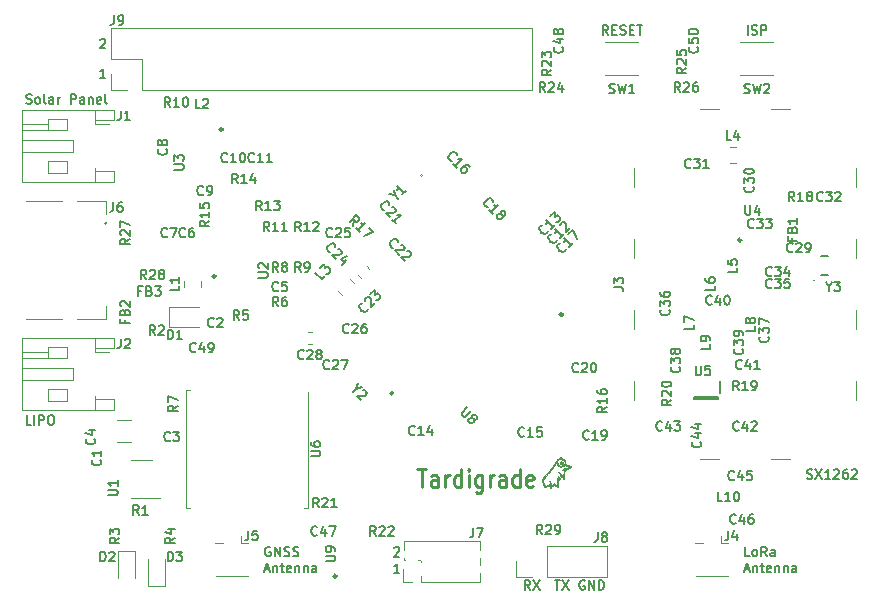
<source format=gbr>
%TF.GenerationSoftware,KiCad,Pcbnew,5.1.5+dfsg1-2build2*%
%TF.CreationDate,2020-11-12T16:10:00+01:00*%
%TF.ProjectId,tardigrade,74617264-6967-4726-9164-652e6b696361,V1.1*%
%TF.SameCoordinates,Original*%
%TF.FileFunction,Legend,Top*%
%TF.FilePolarity,Positive*%
%FSLAX46Y46*%
G04 Gerber Fmt 4.6, Leading zero omitted, Abs format (unit mm)*
G04 Created by KiCad (PCBNEW 5.1.5+dfsg1-2build2) date 2020-11-12 16:10:00*
%MOMM*%
%LPD*%
G04 APERTURE LIST*
%ADD10C,0.250000*%
%ADD11C,0.150000*%
%ADD12C,0.010000*%
%ADD13C,0.120000*%
%ADD14C,0.100000*%
%ADD15C,0.200000*%
G04 APERTURE END LIST*
D10*
X141270366Y-58792371D02*
X142013223Y-58792371D01*
X141641795Y-60292371D02*
X141641795Y-58792371D01*
X143003700Y-60292371D02*
X143003700Y-59506657D01*
X142941795Y-59363800D01*
X142817985Y-59292371D01*
X142570366Y-59292371D01*
X142446557Y-59363800D01*
X143003700Y-60220942D02*
X142879890Y-60292371D01*
X142570366Y-60292371D01*
X142446557Y-60220942D01*
X142384652Y-60078085D01*
X142384652Y-59935228D01*
X142446557Y-59792371D01*
X142570366Y-59720942D01*
X142879890Y-59720942D01*
X143003700Y-59649514D01*
X143622747Y-60292371D02*
X143622747Y-59292371D01*
X143622747Y-59578085D02*
X143684652Y-59435228D01*
X143746557Y-59363800D01*
X143870366Y-59292371D01*
X143994176Y-59292371D01*
X144984652Y-60292371D02*
X144984652Y-58792371D01*
X144984652Y-60220942D02*
X144860842Y-60292371D01*
X144613223Y-60292371D01*
X144489414Y-60220942D01*
X144427509Y-60149514D01*
X144365604Y-60006657D01*
X144365604Y-59578085D01*
X144427509Y-59435228D01*
X144489414Y-59363800D01*
X144613223Y-59292371D01*
X144860842Y-59292371D01*
X144984652Y-59363800D01*
X145603700Y-60292371D02*
X145603700Y-59292371D01*
X145603700Y-58792371D02*
X145541795Y-58863800D01*
X145603700Y-58935228D01*
X145665604Y-58863800D01*
X145603700Y-58792371D01*
X145603700Y-58935228D01*
X146779890Y-59292371D02*
X146779890Y-60506657D01*
X146717985Y-60649514D01*
X146656080Y-60720942D01*
X146532271Y-60792371D01*
X146346557Y-60792371D01*
X146222747Y-60720942D01*
X146779890Y-60220942D02*
X146656080Y-60292371D01*
X146408461Y-60292371D01*
X146284652Y-60220942D01*
X146222747Y-60149514D01*
X146160842Y-60006657D01*
X146160842Y-59578085D01*
X146222747Y-59435228D01*
X146284652Y-59363800D01*
X146408461Y-59292371D01*
X146656080Y-59292371D01*
X146779890Y-59363800D01*
X147398938Y-60292371D02*
X147398938Y-59292371D01*
X147398938Y-59578085D02*
X147460842Y-59435228D01*
X147522747Y-59363800D01*
X147646557Y-59292371D01*
X147770366Y-59292371D01*
X148760842Y-60292371D02*
X148760842Y-59506657D01*
X148698938Y-59363800D01*
X148575128Y-59292371D01*
X148327509Y-59292371D01*
X148203700Y-59363800D01*
X148760842Y-60220942D02*
X148637033Y-60292371D01*
X148327509Y-60292371D01*
X148203700Y-60220942D01*
X148141795Y-60078085D01*
X148141795Y-59935228D01*
X148203700Y-59792371D01*
X148327509Y-59720942D01*
X148637033Y-59720942D01*
X148760842Y-59649514D01*
X149937033Y-60292371D02*
X149937033Y-58792371D01*
X149937033Y-60220942D02*
X149813223Y-60292371D01*
X149565604Y-60292371D01*
X149441795Y-60220942D01*
X149379890Y-60149514D01*
X149317985Y-60006657D01*
X149317985Y-59578085D01*
X149379890Y-59435228D01*
X149441795Y-59363800D01*
X149565604Y-59292371D01*
X149813223Y-59292371D01*
X149937033Y-59363800D01*
X151051319Y-60220942D02*
X150927509Y-60292371D01*
X150679890Y-60292371D01*
X150556080Y-60220942D01*
X150494176Y-60078085D01*
X150494176Y-59506657D01*
X150556080Y-59363800D01*
X150679890Y-59292371D01*
X150927509Y-59292371D01*
X151051319Y-59363800D01*
X151113223Y-59506657D01*
X151113223Y-59649514D01*
X150494176Y-59792371D01*
D11*
X174249152Y-59556609D02*
X174363438Y-59594704D01*
X174553914Y-59594704D01*
X174630104Y-59556609D01*
X174668200Y-59518514D01*
X174706295Y-59442323D01*
X174706295Y-59366133D01*
X174668200Y-59289942D01*
X174630104Y-59251847D01*
X174553914Y-59213752D01*
X174401533Y-59175657D01*
X174325342Y-59137561D01*
X174287247Y-59099466D01*
X174249152Y-59023276D01*
X174249152Y-58947085D01*
X174287247Y-58870895D01*
X174325342Y-58832800D01*
X174401533Y-58794704D01*
X174592009Y-58794704D01*
X174706295Y-58832800D01*
X174972961Y-58794704D02*
X175506295Y-59594704D01*
X175506295Y-58794704D02*
X174972961Y-59594704D01*
X176230104Y-59594704D02*
X175772961Y-59594704D01*
X176001533Y-59594704D02*
X176001533Y-58794704D01*
X175925342Y-58908990D01*
X175849152Y-58985180D01*
X175772961Y-59023276D01*
X176534866Y-58870895D02*
X176572961Y-58832800D01*
X176649152Y-58794704D01*
X176839628Y-58794704D01*
X176915819Y-58832800D01*
X176953914Y-58870895D01*
X176992009Y-58947085D01*
X176992009Y-59023276D01*
X176953914Y-59137561D01*
X176496771Y-59594704D01*
X176992009Y-59594704D01*
X177677723Y-58794704D02*
X177525342Y-58794704D01*
X177449152Y-58832800D01*
X177411057Y-58870895D01*
X177334866Y-58985180D01*
X177296771Y-59137561D01*
X177296771Y-59442323D01*
X177334866Y-59518514D01*
X177372961Y-59556609D01*
X177449152Y-59594704D01*
X177601533Y-59594704D01*
X177677723Y-59556609D01*
X177715819Y-59518514D01*
X177753914Y-59442323D01*
X177753914Y-59251847D01*
X177715819Y-59175657D01*
X177677723Y-59137561D01*
X177601533Y-59099466D01*
X177449152Y-59099466D01*
X177372961Y-59137561D01*
X177334866Y-59175657D01*
X177296771Y-59251847D01*
X178058676Y-58870895D02*
X178096771Y-58832800D01*
X178172961Y-58794704D01*
X178363438Y-58794704D01*
X178439628Y-58832800D01*
X178477723Y-58870895D01*
X178515819Y-58947085D01*
X178515819Y-59023276D01*
X178477723Y-59137561D01*
X178020580Y-59594704D01*
X178515819Y-59594704D01*
X169221747Y-22002704D02*
X169221747Y-21202704D01*
X169564604Y-21964609D02*
X169678890Y-22002704D01*
X169869366Y-22002704D01*
X169945557Y-21964609D01*
X169983652Y-21926514D01*
X170021747Y-21850323D01*
X170021747Y-21774133D01*
X169983652Y-21697942D01*
X169945557Y-21659847D01*
X169869366Y-21621752D01*
X169716985Y-21583657D01*
X169640795Y-21545561D01*
X169602700Y-21507466D01*
X169564604Y-21431276D01*
X169564604Y-21355085D01*
X169602700Y-21278895D01*
X169640795Y-21240800D01*
X169716985Y-21202704D01*
X169907461Y-21202704D01*
X170021747Y-21240800D01*
X170364604Y-22002704D02*
X170364604Y-21202704D01*
X170669366Y-21202704D01*
X170745557Y-21240800D01*
X170783652Y-21278895D01*
X170821747Y-21355085D01*
X170821747Y-21469371D01*
X170783652Y-21545561D01*
X170745557Y-21583657D01*
X170669366Y-21621752D01*
X170364604Y-21621752D01*
X157410795Y-22002704D02*
X157144128Y-21621752D01*
X156953652Y-22002704D02*
X156953652Y-21202704D01*
X157258414Y-21202704D01*
X157334604Y-21240800D01*
X157372700Y-21278895D01*
X157410795Y-21355085D01*
X157410795Y-21469371D01*
X157372700Y-21545561D01*
X157334604Y-21583657D01*
X157258414Y-21621752D01*
X156953652Y-21621752D01*
X157753652Y-21583657D02*
X158020319Y-21583657D01*
X158134604Y-22002704D02*
X157753652Y-22002704D01*
X157753652Y-21202704D01*
X158134604Y-21202704D01*
X158439366Y-21964609D02*
X158553652Y-22002704D01*
X158744128Y-22002704D01*
X158820319Y-21964609D01*
X158858414Y-21926514D01*
X158896509Y-21850323D01*
X158896509Y-21774133D01*
X158858414Y-21697942D01*
X158820319Y-21659847D01*
X158744128Y-21621752D01*
X158591747Y-21583657D01*
X158515557Y-21545561D01*
X158477461Y-21507466D01*
X158439366Y-21431276D01*
X158439366Y-21355085D01*
X158477461Y-21278895D01*
X158515557Y-21240800D01*
X158591747Y-21202704D01*
X158782223Y-21202704D01*
X158896509Y-21240800D01*
X159239366Y-21583657D02*
X159506033Y-21583657D01*
X159620319Y-22002704D02*
X159239366Y-22002704D01*
X159239366Y-21202704D01*
X159620319Y-21202704D01*
X159848890Y-21202704D02*
X160306033Y-21202704D01*
X160077461Y-22002704D02*
X160077461Y-21202704D01*
X108568628Y-55022704D02*
X108187676Y-55022704D01*
X108187676Y-54222704D01*
X108835295Y-55022704D02*
X108835295Y-54222704D01*
X109216247Y-55022704D02*
X109216247Y-54222704D01*
X109521009Y-54222704D01*
X109597200Y-54260800D01*
X109635295Y-54298895D01*
X109673390Y-54375085D01*
X109673390Y-54489371D01*
X109635295Y-54565561D01*
X109597200Y-54603657D01*
X109521009Y-54641752D01*
X109216247Y-54641752D01*
X110168628Y-54222704D02*
X110321009Y-54222704D01*
X110397200Y-54260800D01*
X110473390Y-54336990D01*
X110511485Y-54489371D01*
X110511485Y-54756038D01*
X110473390Y-54908419D01*
X110397200Y-54984609D01*
X110321009Y-55022704D01*
X110168628Y-55022704D01*
X110092438Y-54984609D01*
X110016247Y-54908419D01*
X109978152Y-54756038D01*
X109978152Y-54489371D01*
X110016247Y-54336990D01*
X110092438Y-54260800D01*
X110168628Y-54222704D01*
X108149580Y-27806609D02*
X108263866Y-27844704D01*
X108454342Y-27844704D01*
X108530533Y-27806609D01*
X108568628Y-27768514D01*
X108606723Y-27692323D01*
X108606723Y-27616133D01*
X108568628Y-27539942D01*
X108530533Y-27501847D01*
X108454342Y-27463752D01*
X108301961Y-27425657D01*
X108225771Y-27387561D01*
X108187676Y-27349466D01*
X108149580Y-27273276D01*
X108149580Y-27197085D01*
X108187676Y-27120895D01*
X108225771Y-27082800D01*
X108301961Y-27044704D01*
X108492438Y-27044704D01*
X108606723Y-27082800D01*
X109063866Y-27844704D02*
X108987676Y-27806609D01*
X108949580Y-27768514D01*
X108911485Y-27692323D01*
X108911485Y-27463752D01*
X108949580Y-27387561D01*
X108987676Y-27349466D01*
X109063866Y-27311371D01*
X109178152Y-27311371D01*
X109254342Y-27349466D01*
X109292438Y-27387561D01*
X109330533Y-27463752D01*
X109330533Y-27692323D01*
X109292438Y-27768514D01*
X109254342Y-27806609D01*
X109178152Y-27844704D01*
X109063866Y-27844704D01*
X109787676Y-27844704D02*
X109711485Y-27806609D01*
X109673390Y-27730419D01*
X109673390Y-27044704D01*
X110435295Y-27844704D02*
X110435295Y-27425657D01*
X110397200Y-27349466D01*
X110321009Y-27311371D01*
X110168628Y-27311371D01*
X110092438Y-27349466D01*
X110435295Y-27806609D02*
X110359104Y-27844704D01*
X110168628Y-27844704D01*
X110092438Y-27806609D01*
X110054342Y-27730419D01*
X110054342Y-27654228D01*
X110092438Y-27578038D01*
X110168628Y-27539942D01*
X110359104Y-27539942D01*
X110435295Y-27501847D01*
X110816247Y-27844704D02*
X110816247Y-27311371D01*
X110816247Y-27463752D02*
X110854342Y-27387561D01*
X110892438Y-27349466D01*
X110968628Y-27311371D01*
X111044819Y-27311371D01*
X111921009Y-27844704D02*
X111921009Y-27044704D01*
X112225771Y-27044704D01*
X112301961Y-27082800D01*
X112340057Y-27120895D01*
X112378152Y-27197085D01*
X112378152Y-27311371D01*
X112340057Y-27387561D01*
X112301961Y-27425657D01*
X112225771Y-27463752D01*
X111921009Y-27463752D01*
X113063866Y-27844704D02*
X113063866Y-27425657D01*
X113025771Y-27349466D01*
X112949580Y-27311371D01*
X112797200Y-27311371D01*
X112721009Y-27349466D01*
X113063866Y-27806609D02*
X112987676Y-27844704D01*
X112797200Y-27844704D01*
X112721009Y-27806609D01*
X112682914Y-27730419D01*
X112682914Y-27654228D01*
X112721009Y-27578038D01*
X112797200Y-27539942D01*
X112987676Y-27539942D01*
X113063866Y-27501847D01*
X113444819Y-27311371D02*
X113444819Y-27844704D01*
X113444819Y-27387561D02*
X113482914Y-27349466D01*
X113559104Y-27311371D01*
X113673390Y-27311371D01*
X113749580Y-27349466D01*
X113787676Y-27425657D01*
X113787676Y-27844704D01*
X114473390Y-27806609D02*
X114397200Y-27844704D01*
X114244819Y-27844704D01*
X114168628Y-27806609D01*
X114130533Y-27730419D01*
X114130533Y-27425657D01*
X114168628Y-27349466D01*
X114244819Y-27311371D01*
X114397200Y-27311371D01*
X114473390Y-27349466D01*
X114511485Y-27425657D01*
X114511485Y-27501847D01*
X114130533Y-27578038D01*
X114968628Y-27844704D02*
X114892438Y-27806609D01*
X114854342Y-27730419D01*
X114854342Y-27044704D01*
X128799723Y-65396800D02*
X128723533Y-65358704D01*
X128609247Y-65358704D01*
X128494961Y-65396800D01*
X128418771Y-65472990D01*
X128380676Y-65549180D01*
X128342580Y-65701561D01*
X128342580Y-65815847D01*
X128380676Y-65968228D01*
X128418771Y-66044419D01*
X128494961Y-66120609D01*
X128609247Y-66158704D01*
X128685438Y-66158704D01*
X128799723Y-66120609D01*
X128837819Y-66082514D01*
X128837819Y-65815847D01*
X128685438Y-65815847D01*
X129180676Y-66158704D02*
X129180676Y-65358704D01*
X129637819Y-66158704D01*
X129637819Y-65358704D01*
X129980676Y-66120609D02*
X130094961Y-66158704D01*
X130285438Y-66158704D01*
X130361628Y-66120609D01*
X130399723Y-66082514D01*
X130437819Y-66006323D01*
X130437819Y-65930133D01*
X130399723Y-65853942D01*
X130361628Y-65815847D01*
X130285438Y-65777752D01*
X130133057Y-65739657D01*
X130056866Y-65701561D01*
X130018771Y-65663466D01*
X129980676Y-65587276D01*
X129980676Y-65511085D01*
X130018771Y-65434895D01*
X130056866Y-65396800D01*
X130133057Y-65358704D01*
X130323533Y-65358704D01*
X130437819Y-65396800D01*
X130742580Y-66120609D02*
X130856866Y-66158704D01*
X131047342Y-66158704D01*
X131123533Y-66120609D01*
X131161628Y-66082514D01*
X131199723Y-66006323D01*
X131199723Y-65930133D01*
X131161628Y-65853942D01*
X131123533Y-65815847D01*
X131047342Y-65777752D01*
X130894961Y-65739657D01*
X130818771Y-65701561D01*
X130780676Y-65663466D01*
X130742580Y-65587276D01*
X130742580Y-65511085D01*
X130780676Y-65434895D01*
X130818771Y-65396800D01*
X130894961Y-65358704D01*
X131085438Y-65358704D01*
X131199723Y-65396800D01*
X128342580Y-67280133D02*
X128723533Y-67280133D01*
X128266390Y-67508704D02*
X128533057Y-66708704D01*
X128799723Y-67508704D01*
X129066390Y-66975371D02*
X129066390Y-67508704D01*
X129066390Y-67051561D02*
X129104485Y-67013466D01*
X129180676Y-66975371D01*
X129294961Y-66975371D01*
X129371152Y-67013466D01*
X129409247Y-67089657D01*
X129409247Y-67508704D01*
X129675914Y-66975371D02*
X129980676Y-66975371D01*
X129790200Y-66708704D02*
X129790200Y-67394419D01*
X129828295Y-67470609D01*
X129904485Y-67508704D01*
X129980676Y-67508704D01*
X130552104Y-67470609D02*
X130475914Y-67508704D01*
X130323533Y-67508704D01*
X130247342Y-67470609D01*
X130209247Y-67394419D01*
X130209247Y-67089657D01*
X130247342Y-67013466D01*
X130323533Y-66975371D01*
X130475914Y-66975371D01*
X130552104Y-67013466D01*
X130590200Y-67089657D01*
X130590200Y-67165847D01*
X130209247Y-67242038D01*
X130933057Y-66975371D02*
X130933057Y-67508704D01*
X130933057Y-67051561D02*
X130971152Y-67013466D01*
X131047342Y-66975371D01*
X131161628Y-66975371D01*
X131237819Y-67013466D01*
X131275914Y-67089657D01*
X131275914Y-67508704D01*
X131656866Y-66975371D02*
X131656866Y-67508704D01*
X131656866Y-67051561D02*
X131694961Y-67013466D01*
X131771152Y-66975371D01*
X131885438Y-66975371D01*
X131961628Y-67013466D01*
X131999723Y-67089657D01*
X131999723Y-67508704D01*
X132723533Y-67508704D02*
X132723533Y-67089657D01*
X132685438Y-67013466D01*
X132609247Y-66975371D01*
X132456866Y-66975371D01*
X132380676Y-67013466D01*
X132723533Y-67470609D02*
X132647342Y-67508704D01*
X132456866Y-67508704D01*
X132380676Y-67470609D01*
X132342580Y-67394419D01*
X132342580Y-67318228D01*
X132380676Y-67242038D01*
X132456866Y-67203942D01*
X132647342Y-67203942D01*
X132723533Y-67165847D01*
X169401628Y-66158704D02*
X169020676Y-66158704D01*
X169020676Y-65358704D01*
X169782580Y-66158704D02*
X169706390Y-66120609D01*
X169668295Y-66082514D01*
X169630200Y-66006323D01*
X169630200Y-65777752D01*
X169668295Y-65701561D01*
X169706390Y-65663466D01*
X169782580Y-65625371D01*
X169896866Y-65625371D01*
X169973057Y-65663466D01*
X170011152Y-65701561D01*
X170049247Y-65777752D01*
X170049247Y-66006323D01*
X170011152Y-66082514D01*
X169973057Y-66120609D01*
X169896866Y-66158704D01*
X169782580Y-66158704D01*
X170849247Y-66158704D02*
X170582580Y-65777752D01*
X170392104Y-66158704D02*
X170392104Y-65358704D01*
X170696866Y-65358704D01*
X170773057Y-65396800D01*
X170811152Y-65434895D01*
X170849247Y-65511085D01*
X170849247Y-65625371D01*
X170811152Y-65701561D01*
X170773057Y-65739657D01*
X170696866Y-65777752D01*
X170392104Y-65777752D01*
X171534961Y-66158704D02*
X171534961Y-65739657D01*
X171496866Y-65663466D01*
X171420676Y-65625371D01*
X171268295Y-65625371D01*
X171192104Y-65663466D01*
X171534961Y-66120609D02*
X171458771Y-66158704D01*
X171268295Y-66158704D01*
X171192104Y-66120609D01*
X171154009Y-66044419D01*
X171154009Y-65968228D01*
X171192104Y-65892038D01*
X171268295Y-65853942D01*
X171458771Y-65853942D01*
X171534961Y-65815847D01*
X168982580Y-67280133D02*
X169363533Y-67280133D01*
X168906390Y-67508704D02*
X169173057Y-66708704D01*
X169439723Y-67508704D01*
X169706390Y-66975371D02*
X169706390Y-67508704D01*
X169706390Y-67051561D02*
X169744485Y-67013466D01*
X169820676Y-66975371D01*
X169934961Y-66975371D01*
X170011152Y-67013466D01*
X170049247Y-67089657D01*
X170049247Y-67508704D01*
X170315914Y-66975371D02*
X170620676Y-66975371D01*
X170430200Y-66708704D02*
X170430200Y-67394419D01*
X170468295Y-67470609D01*
X170544485Y-67508704D01*
X170620676Y-67508704D01*
X171192104Y-67470609D02*
X171115914Y-67508704D01*
X170963533Y-67508704D01*
X170887342Y-67470609D01*
X170849247Y-67394419D01*
X170849247Y-67089657D01*
X170887342Y-67013466D01*
X170963533Y-66975371D01*
X171115914Y-66975371D01*
X171192104Y-67013466D01*
X171230200Y-67089657D01*
X171230200Y-67165847D01*
X170849247Y-67242038D01*
X171573057Y-66975371D02*
X171573057Y-67508704D01*
X171573057Y-67051561D02*
X171611152Y-67013466D01*
X171687342Y-66975371D01*
X171801628Y-66975371D01*
X171877819Y-67013466D01*
X171915914Y-67089657D01*
X171915914Y-67508704D01*
X172296866Y-66975371D02*
X172296866Y-67508704D01*
X172296866Y-67051561D02*
X172334961Y-67013466D01*
X172411152Y-66975371D01*
X172525438Y-66975371D01*
X172601628Y-67013466D01*
X172639723Y-67089657D01*
X172639723Y-67508704D01*
X173363533Y-67508704D02*
X173363533Y-67089657D01*
X173325438Y-67013466D01*
X173249247Y-66975371D01*
X173096866Y-66975371D01*
X173020676Y-67013466D01*
X173363533Y-67470609D02*
X173287342Y-67508704D01*
X173096866Y-67508704D01*
X173020676Y-67470609D01*
X172982580Y-67394419D01*
X172982580Y-67318228D01*
X173020676Y-67242038D01*
X173096866Y-67203942D01*
X173287342Y-67203942D01*
X173363533Y-67165847D01*
X155423176Y-68230800D02*
X155346985Y-68192704D01*
X155232700Y-68192704D01*
X155118414Y-68230800D01*
X155042223Y-68306990D01*
X155004128Y-68383180D01*
X154966033Y-68535561D01*
X154966033Y-68649847D01*
X155004128Y-68802228D01*
X155042223Y-68878419D01*
X155118414Y-68954609D01*
X155232700Y-68992704D01*
X155308890Y-68992704D01*
X155423176Y-68954609D01*
X155461271Y-68916514D01*
X155461271Y-68649847D01*
X155308890Y-68649847D01*
X155804128Y-68992704D02*
X155804128Y-68192704D01*
X156261271Y-68992704D01*
X156261271Y-68192704D01*
X156642223Y-68992704D02*
X156642223Y-68192704D01*
X156832700Y-68192704D01*
X156946985Y-68230800D01*
X157023176Y-68306990D01*
X157061271Y-68383180D01*
X157099366Y-68535561D01*
X157099366Y-68649847D01*
X157061271Y-68802228D01*
X157023176Y-68878419D01*
X156946985Y-68954609D01*
X156832700Y-68992704D01*
X156642223Y-68992704D01*
X152883176Y-68192704D02*
X153340319Y-68192704D01*
X153111747Y-68992704D02*
X153111747Y-68192704D01*
X153530795Y-68192704D02*
X154064128Y-68992704D01*
X154064128Y-68192704D02*
X153530795Y-68992704D01*
X150819366Y-68992704D02*
X150552700Y-68611752D01*
X150362223Y-68992704D02*
X150362223Y-68192704D01*
X150666985Y-68192704D01*
X150743176Y-68230800D01*
X150781271Y-68268895D01*
X150819366Y-68345085D01*
X150819366Y-68459371D01*
X150781271Y-68535561D01*
X150743176Y-68573657D01*
X150666985Y-68611752D01*
X150362223Y-68611752D01*
X151086033Y-68192704D02*
X151619366Y-68992704D01*
X151619366Y-68192704D02*
X151086033Y-68992704D01*
X139751271Y-67595704D02*
X139294128Y-67595704D01*
X139522700Y-67595704D02*
X139522700Y-66795704D01*
X139446509Y-66909990D01*
X139370319Y-66986180D01*
X139294128Y-67024276D01*
X139294128Y-65429657D02*
X139332223Y-65386800D01*
X139408414Y-65343942D01*
X139598890Y-65343942D01*
X139675080Y-65386800D01*
X139713176Y-65429657D01*
X139751271Y-65515371D01*
X139751271Y-65601085D01*
X139713176Y-65729657D01*
X139256033Y-66243942D01*
X139751271Y-66243942D01*
X114859271Y-25685704D02*
X114402128Y-25685704D01*
X114630700Y-25685704D02*
X114630700Y-24885704D01*
X114554509Y-24999990D01*
X114478319Y-25076180D01*
X114402128Y-25114276D01*
X114402128Y-22421895D02*
X114440223Y-22383800D01*
X114516414Y-22345704D01*
X114706890Y-22345704D01*
X114783080Y-22383800D01*
X114821176Y-22421895D01*
X114859271Y-22498085D01*
X114859271Y-22574276D01*
X114821176Y-22688561D01*
X114364033Y-23145704D01*
X114859271Y-23145704D01*
D12*
%TO.C,G\002A\002A\002A*%
G36*
X153530581Y-58146605D02*
G01*
X153575377Y-58205722D01*
X153563846Y-58286473D01*
X153561592Y-58290835D01*
X153498806Y-58349758D01*
X153419415Y-58353430D01*
X153358582Y-58311558D01*
X153331800Y-58237670D01*
X153354864Y-58167178D01*
X153416426Y-58126262D01*
X153440035Y-58123667D01*
X153530581Y-58146605D01*
G37*
X153530581Y-58146605D02*
X153575377Y-58205722D01*
X153563846Y-58286473D01*
X153561592Y-58290835D01*
X153498806Y-58349758D01*
X153419415Y-58353430D01*
X153358582Y-58311558D01*
X153331800Y-58237670D01*
X153354864Y-58167178D01*
X153416426Y-58126262D01*
X153440035Y-58123667D01*
X153530581Y-58146605D01*
G36*
X153607748Y-57899842D02*
G01*
X153709223Y-57967159D01*
X153766010Y-58017690D01*
X153791064Y-58070216D01*
X153797341Y-58143518D01*
X153797500Y-58174901D01*
X153797500Y-58328577D01*
X154053988Y-58445462D01*
X154168741Y-58502040D01*
X154252192Y-58551487D01*
X154291160Y-58585646D01*
X154291775Y-58592609D01*
X154252400Y-58619316D01*
X154167985Y-58659284D01*
X154066160Y-58700250D01*
X153930552Y-58760011D01*
X153838661Y-58826724D01*
X153772934Y-58908059D01*
X153731030Y-58976427D01*
X153707252Y-59037841D01*
X153698578Y-59112376D01*
X153701989Y-59220108D01*
X153709987Y-59326476D01*
X153717987Y-59462430D01*
X153718967Y-59574009D01*
X153712966Y-59642882D01*
X153709276Y-59653422D01*
X153674364Y-59654350D01*
X153608754Y-59599562D01*
X153562145Y-59548074D01*
X153439092Y-59403768D01*
X153313496Y-59592929D01*
X153250072Y-59693076D01*
X153212595Y-59773167D01*
X153194281Y-59858082D01*
X153188346Y-59972700D01*
X153187900Y-60053545D01*
X153183489Y-60201429D01*
X153170803Y-60293937D01*
X153151266Y-60325000D01*
X153106508Y-60304938D01*
X153030188Y-60253300D01*
X152969118Y-60205762D01*
X152823604Y-60086524D01*
X152692217Y-60242183D01*
X152619317Y-60320283D01*
X152561884Y-60366828D01*
X152535698Y-60372709D01*
X152515266Y-60321496D01*
X152510567Y-60274200D01*
X152502391Y-60206690D01*
X152490791Y-60181046D01*
X152450398Y-60181378D01*
X152363043Y-60202568D01*
X152244505Y-60239953D01*
X152110564Y-60288867D01*
X152065859Y-60306667D01*
X152032444Y-60305429D01*
X151996589Y-60267230D01*
X151951613Y-60182386D01*
X151903043Y-60070751D01*
X151795469Y-59812346D01*
X151798756Y-59802212D01*
X151910340Y-59802212D01*
X151928133Y-59903415D01*
X151969541Y-60014863D01*
X152016188Y-60116325D01*
X152052857Y-60167867D01*
X152093739Y-60182846D01*
X152141750Y-60176937D01*
X152239490Y-60150272D01*
X152347788Y-60111362D01*
X152353534Y-60108985D01*
X152426324Y-60073822D01*
X152457391Y-60033458D01*
X152459699Y-59962775D01*
X152454659Y-59913045D01*
X152446895Y-59825699D01*
X152452649Y-59795467D01*
X152475614Y-59812448D01*
X152487077Y-59826085D01*
X152519679Y-59893500D01*
X152548524Y-59998759D01*
X152559647Y-60063151D01*
X152583424Y-60240333D01*
X152685747Y-60113333D01*
X152753075Y-60038697D01*
X152808137Y-59993032D01*
X152825506Y-59986333D01*
X152870934Y-60008209D01*
X152940945Y-60063227D01*
X152970707Y-60090783D01*
X153078473Y-60195234D01*
X153103062Y-59785983D01*
X153116744Y-59608058D01*
X153132894Y-59476972D01*
X153150205Y-59397017D01*
X153167369Y-59372484D01*
X153183078Y-59407668D01*
X153194221Y-59486800D01*
X153204833Y-59596867D01*
X153382555Y-59325933D01*
X153310627Y-59229338D01*
X153230704Y-59120940D01*
X153185233Y-59054442D01*
X153167726Y-59017787D01*
X153171697Y-58998912D01*
X153182291Y-58990733D01*
X153216081Y-59006563D01*
X153280139Y-59065512D01*
X153363555Y-59156918D01*
X153412879Y-59216106D01*
X153611233Y-59461400D01*
X153630227Y-59207400D01*
X153642746Y-59076323D01*
X153658060Y-58967297D01*
X153673068Y-58901956D01*
X153674526Y-58898454D01*
X153681416Y-58860505D01*
X153641274Y-58855417D01*
X153613199Y-58860069D01*
X153539580Y-58867504D01*
X153522994Y-58852949D01*
X153558051Y-58820713D01*
X153639367Y-58775107D01*
X153761552Y-58720440D01*
X153813629Y-58699711D01*
X153937748Y-58648669D01*
X154031374Y-58604276D01*
X154081294Y-58573106D01*
X154085668Y-58564422D01*
X154047545Y-58538905D01*
X153967925Y-58501829D01*
X153919748Y-58482485D01*
X153768851Y-58424857D01*
X153563097Y-58528722D01*
X153357344Y-58632586D01*
X153224837Y-58548938D01*
X153114496Y-58454492D01*
X153069691Y-58362212D01*
X153047542Y-58290664D01*
X153025128Y-58259473D01*
X153024342Y-58259423D01*
X152997596Y-58286490D01*
X152945919Y-58358413D01*
X152878779Y-58461698D01*
X152852039Y-58504956D01*
X152773768Y-58619431D01*
X152661202Y-58765960D01*
X152527485Y-58928252D01*
X152385764Y-59090020D01*
X152336672Y-59143533D01*
X152168902Y-59328372D01*
X152046523Y-59476835D01*
X151965396Y-59598747D01*
X151921382Y-59703931D01*
X151910340Y-59802212D01*
X151798756Y-59802212D01*
X151852393Y-59636873D01*
X151884354Y-59556275D01*
X151931517Y-59474462D01*
X152002178Y-59380564D01*
X152104630Y-59263711D01*
X152247168Y-59113033D01*
X152270556Y-59088866D01*
X152459888Y-58885830D01*
X152614544Y-58699784D01*
X152753487Y-58506361D01*
X152883462Y-58301410D01*
X152985645Y-58135169D01*
X152986319Y-58134138D01*
X153097947Y-58134138D01*
X153100027Y-58144457D01*
X153117135Y-58205288D01*
X153136600Y-58295416D01*
X153137707Y-58301257D01*
X153189475Y-58417706D01*
X153249759Y-58472094D01*
X153314767Y-58511329D01*
X153347672Y-58529095D01*
X153348016Y-58529165D01*
X153379910Y-58515976D01*
X153455211Y-58480741D01*
X153542750Y-58438345D01*
X153645771Y-58385275D01*
X153701714Y-58343195D01*
X153724922Y-58294553D01*
X153729742Y-58221793D01*
X153729767Y-58209498D01*
X153724683Y-58126475D01*
X153699496Y-58070427D01*
X153639299Y-58019387D01*
X153572097Y-57977138D01*
X153444682Y-57913751D01*
X153350067Y-57899349D01*
X153332144Y-57902554D01*
X153254656Y-57939878D01*
X153177869Y-58003344D01*
X153119671Y-58074311D01*
X153097947Y-58134138D01*
X152986319Y-58134138D01*
X153062686Y-58017443D01*
X153123160Y-57938003D01*
X153175641Y-57886619D01*
X153228705Y-57853062D01*
X153276563Y-57832474D01*
X153417996Y-57778460D01*
X153607748Y-57899842D01*
G37*
X153607748Y-57899842D02*
X153709223Y-57967159D01*
X153766010Y-58017690D01*
X153791064Y-58070216D01*
X153797341Y-58143518D01*
X153797500Y-58174901D01*
X153797500Y-58328577D01*
X154053988Y-58445462D01*
X154168741Y-58502040D01*
X154252192Y-58551487D01*
X154291160Y-58585646D01*
X154291775Y-58592609D01*
X154252400Y-58619316D01*
X154167985Y-58659284D01*
X154066160Y-58700250D01*
X153930552Y-58760011D01*
X153838661Y-58826724D01*
X153772934Y-58908059D01*
X153731030Y-58976427D01*
X153707252Y-59037841D01*
X153698578Y-59112376D01*
X153701989Y-59220108D01*
X153709987Y-59326476D01*
X153717987Y-59462430D01*
X153718967Y-59574009D01*
X153712966Y-59642882D01*
X153709276Y-59653422D01*
X153674364Y-59654350D01*
X153608754Y-59599562D01*
X153562145Y-59548074D01*
X153439092Y-59403768D01*
X153313496Y-59592929D01*
X153250072Y-59693076D01*
X153212595Y-59773167D01*
X153194281Y-59858082D01*
X153188346Y-59972700D01*
X153187900Y-60053545D01*
X153183489Y-60201429D01*
X153170803Y-60293937D01*
X153151266Y-60325000D01*
X153106508Y-60304938D01*
X153030188Y-60253300D01*
X152969118Y-60205762D01*
X152823604Y-60086524D01*
X152692217Y-60242183D01*
X152619317Y-60320283D01*
X152561884Y-60366828D01*
X152535698Y-60372709D01*
X152515266Y-60321496D01*
X152510567Y-60274200D01*
X152502391Y-60206690D01*
X152490791Y-60181046D01*
X152450398Y-60181378D01*
X152363043Y-60202568D01*
X152244505Y-60239953D01*
X152110564Y-60288867D01*
X152065859Y-60306667D01*
X152032444Y-60305429D01*
X151996589Y-60267230D01*
X151951613Y-60182386D01*
X151903043Y-60070751D01*
X151795469Y-59812346D01*
X151798756Y-59802212D01*
X151910340Y-59802212D01*
X151928133Y-59903415D01*
X151969541Y-60014863D01*
X152016188Y-60116325D01*
X152052857Y-60167867D01*
X152093739Y-60182846D01*
X152141750Y-60176937D01*
X152239490Y-60150272D01*
X152347788Y-60111362D01*
X152353534Y-60108985D01*
X152426324Y-60073822D01*
X152457391Y-60033458D01*
X152459699Y-59962775D01*
X152454659Y-59913045D01*
X152446895Y-59825699D01*
X152452649Y-59795467D01*
X152475614Y-59812448D01*
X152487077Y-59826085D01*
X152519679Y-59893500D01*
X152548524Y-59998759D01*
X152559647Y-60063151D01*
X152583424Y-60240333D01*
X152685747Y-60113333D01*
X152753075Y-60038697D01*
X152808137Y-59993032D01*
X152825506Y-59986333D01*
X152870934Y-60008209D01*
X152940945Y-60063227D01*
X152970707Y-60090783D01*
X153078473Y-60195234D01*
X153103062Y-59785983D01*
X153116744Y-59608058D01*
X153132894Y-59476972D01*
X153150205Y-59397017D01*
X153167369Y-59372484D01*
X153183078Y-59407668D01*
X153194221Y-59486800D01*
X153204833Y-59596867D01*
X153382555Y-59325933D01*
X153310627Y-59229338D01*
X153230704Y-59120940D01*
X153185233Y-59054442D01*
X153167726Y-59017787D01*
X153171697Y-58998912D01*
X153182291Y-58990733D01*
X153216081Y-59006563D01*
X153280139Y-59065512D01*
X153363555Y-59156918D01*
X153412879Y-59216106D01*
X153611233Y-59461400D01*
X153630227Y-59207400D01*
X153642746Y-59076323D01*
X153658060Y-58967297D01*
X153673068Y-58901956D01*
X153674526Y-58898454D01*
X153681416Y-58860505D01*
X153641274Y-58855417D01*
X153613199Y-58860069D01*
X153539580Y-58867504D01*
X153522994Y-58852949D01*
X153558051Y-58820713D01*
X153639367Y-58775107D01*
X153761552Y-58720440D01*
X153813629Y-58699711D01*
X153937748Y-58648669D01*
X154031374Y-58604276D01*
X154081294Y-58573106D01*
X154085668Y-58564422D01*
X154047545Y-58538905D01*
X153967925Y-58501829D01*
X153919748Y-58482485D01*
X153768851Y-58424857D01*
X153563097Y-58528722D01*
X153357344Y-58632586D01*
X153224837Y-58548938D01*
X153114496Y-58454492D01*
X153069691Y-58362212D01*
X153047542Y-58290664D01*
X153025128Y-58259473D01*
X153024342Y-58259423D01*
X152997596Y-58286490D01*
X152945919Y-58358413D01*
X152878779Y-58461698D01*
X152852039Y-58504956D01*
X152773768Y-58619431D01*
X152661202Y-58765960D01*
X152527485Y-58928252D01*
X152385764Y-59090020D01*
X152336672Y-59143533D01*
X152168902Y-59328372D01*
X152046523Y-59476835D01*
X151965396Y-59598747D01*
X151921382Y-59703931D01*
X151910340Y-59802212D01*
X151798756Y-59802212D01*
X151852393Y-59636873D01*
X151884354Y-59556275D01*
X151931517Y-59474462D01*
X152002178Y-59380564D01*
X152104630Y-59263711D01*
X152247168Y-59113033D01*
X152270556Y-59088866D01*
X152459888Y-58885830D01*
X152614544Y-58699784D01*
X152753487Y-58506361D01*
X152883462Y-58301410D01*
X152985645Y-58135169D01*
X152986319Y-58134138D01*
X153097947Y-58134138D01*
X153100027Y-58144457D01*
X153117135Y-58205288D01*
X153136600Y-58295416D01*
X153137707Y-58301257D01*
X153189475Y-58417706D01*
X153249759Y-58472094D01*
X153314767Y-58511329D01*
X153347672Y-58529095D01*
X153348016Y-58529165D01*
X153379910Y-58515976D01*
X153455211Y-58480741D01*
X153542750Y-58438345D01*
X153645771Y-58385275D01*
X153701714Y-58343195D01*
X153724922Y-58294553D01*
X153729742Y-58221793D01*
X153729767Y-58209498D01*
X153724683Y-58126475D01*
X153699496Y-58070427D01*
X153639299Y-58019387D01*
X153572097Y-57977138D01*
X153444682Y-57913751D01*
X153350067Y-57899349D01*
X153332144Y-57902554D01*
X153254656Y-57939878D01*
X153177869Y-58003344D01*
X153119671Y-58074311D01*
X153097947Y-58134138D01*
X152986319Y-58134138D01*
X153062686Y-58017443D01*
X153123160Y-57938003D01*
X153175641Y-57886619D01*
X153228705Y-57853062D01*
X153276563Y-57832474D01*
X153417996Y-57778460D01*
X153607748Y-57899842D01*
D10*
%TO.C,U3*%
X124787700Y-30023800D02*
G75*
G03X124787700Y-30023800I-125000J0D01*
G01*
%TO.C,U8*%
X153581420Y-45694041D02*
G75*
G03X153581420Y-45694041I-125000J0D01*
G01*
D13*
%TO.C,J9*%
X115332700Y-26653800D02*
X115332700Y-25323800D01*
X116662700Y-26653800D02*
X115332700Y-26653800D01*
X115332700Y-24053800D02*
X115332700Y-21453800D01*
X117932700Y-24053800D02*
X115332700Y-24053800D01*
X117932700Y-26653800D02*
X117932700Y-24053800D01*
X115332700Y-21453800D02*
X151012700Y-21453800D01*
X117932700Y-26653800D02*
X151012700Y-26653800D01*
X151012700Y-26653800D02*
X151012700Y-21453800D01*
D14*
%TO.C,Y1*%
X141570518Y-33926769D02*
X141570518Y-33926769D01*
X141641229Y-33856058D02*
X141641229Y-33856058D01*
X141570517Y-33926770D02*
G75*
G02X141641229Y-33856058I35356J35356D01*
G01*
X141641228Y-33856059D02*
G75*
G02X141570518Y-33926769I-35355J-35355D01*
G01*
D15*
%TO.C,Y3*%
X174839700Y-42790800D02*
G75*
G03X174839700Y-42790800I-14000J0D01*
G01*
X175428700Y-42379800D02*
X176028700Y-42379800D01*
X175428700Y-40779800D02*
X176028700Y-40779800D01*
%TO.C,Y2*%
X139246318Y-52369386D02*
G75*
G03X139246318Y-52369386I-142000J0D01*
G01*
D13*
%TO.C,U6*%
X131982700Y-62033800D02*
X131642700Y-62033800D01*
X122002700Y-52113800D02*
X121662700Y-52113800D01*
X122002700Y-62033800D02*
X121662700Y-62033800D01*
X121662700Y-52113800D02*
X121662700Y-62033800D01*
X131982700Y-52223800D02*
X131982700Y-62033800D01*
D15*
%TO.C,U5*%
X166884700Y-51280800D02*
X166884700Y-52330800D01*
X164659700Y-52680800D02*
X166709700Y-52680800D01*
X164659700Y-52830800D02*
X164659700Y-52680800D01*
X166709700Y-52830800D02*
X164659700Y-52830800D01*
X166709700Y-52680800D02*
X166709700Y-52830800D01*
D10*
%TO.C,U4*%
X168692700Y-39388800D02*
G75*
G03X168692700Y-39388800I-125000J0D01*
G01*
%TO.C,U2*%
X124177700Y-42463800D02*
G75*
G03X124177700Y-42463800I-125000J0D01*
G01*
D13*
%TO.C,U1*%
X117032700Y-61223800D02*
X119482700Y-61223800D01*
X118832700Y-58003800D02*
X117032700Y-58003800D01*
D14*
%TO.C,SW2*%
X171402700Y-22653800D02*
X168602700Y-22653800D01*
X171402700Y-25453800D02*
X168602700Y-25453800D01*
%TO.C,SW1*%
X159972700Y-22653800D02*
X157172700Y-22653800D01*
X159972700Y-25453800D02*
X157172700Y-25453800D01*
D13*
%TO.C,L4*%
X167712122Y-32891800D02*
X168229278Y-32891800D01*
X167712122Y-31471800D02*
X168229278Y-31471800D01*
%TO.C,L3*%
X135889588Y-43038596D02*
X135523904Y-42672912D01*
X134885496Y-44042688D02*
X134519812Y-43677004D01*
%TO.C,L1*%
X122960700Y-43362378D02*
X122960700Y-42845222D01*
X121540700Y-43362378D02*
X121540700Y-42845222D01*
%TO.C,J8*%
X149622700Y-67928800D02*
X149622700Y-66598800D01*
X150952700Y-67928800D02*
X149622700Y-67928800D01*
X152222700Y-67928800D02*
X152222700Y-65268800D01*
X152222700Y-65268800D02*
X157362700Y-65268800D01*
X152222700Y-67928800D02*
X157362700Y-67928800D01*
X157362700Y-67928800D02*
X157362700Y-65268800D01*
%TO.C,J7*%
X140032700Y-68363800D02*
X140032700Y-67233800D01*
X140792700Y-68363800D02*
X140032700Y-68363800D01*
X140097700Y-65656270D02*
X140097700Y-64833800D01*
X140097700Y-66473800D02*
X140097700Y-66271330D01*
X140229229Y-66473800D02*
X140097700Y-66473800D01*
X141499229Y-66473800D02*
X141356171Y-66473800D01*
X141552700Y-66670329D02*
X141552700Y-66527271D01*
X141552700Y-68363800D02*
X141552700Y-67797271D01*
X140097700Y-64833800D02*
X146567700Y-64833800D01*
X141552700Y-68363800D02*
X146567700Y-68363800D01*
X146567700Y-66926270D02*
X146567700Y-66271330D01*
X146567700Y-65656270D02*
X146567700Y-64833800D01*
X146567700Y-68363800D02*
X146567700Y-67541330D01*
%TO.C,J6*%
X114888700Y-44971800D02*
X114888700Y-46071800D01*
X114888700Y-36071800D02*
X114888700Y-37171800D01*
X115000503Y-37971800D02*
G75*
G03X115000503Y-37971800I-111803J0D01*
G01*
X111141200Y-36071800D02*
X108091200Y-36071800D01*
X114888700Y-36071800D02*
X112491200Y-36071800D01*
X111141200Y-46071800D02*
X108091200Y-46071800D01*
X114888700Y-46071800D02*
X112491200Y-46071800D01*
%TO.C,J5*%
X126952700Y-65078800D02*
X126312700Y-65078800D01*
X124152700Y-65078800D02*
X124792700Y-65078800D01*
X126312700Y-65078800D02*
X126312700Y-64448800D01*
X126902700Y-67798800D02*
X124202700Y-67798800D01*
%TO.C,J4*%
X167592700Y-65078800D02*
X166952700Y-65078800D01*
X164792700Y-65078800D02*
X165432700Y-65078800D01*
X166952700Y-65078800D02*
X166952700Y-64448800D01*
X167542700Y-67798800D02*
X164842700Y-67798800D01*
%TO.C,J3*%
X171186700Y-28273800D02*
X172786700Y-28273800D01*
X171186700Y-57933800D02*
X172786700Y-57933800D01*
X165186700Y-28273800D02*
X166786700Y-28273800D01*
X165186700Y-57933800D02*
X166786700Y-57933800D01*
X178386700Y-34903800D02*
X178386700Y-33303800D01*
X159586700Y-34903800D02*
X159586700Y-33303800D01*
X178386700Y-40903800D02*
X178386700Y-39303800D01*
X159586700Y-40903800D02*
X159586700Y-39303800D01*
X178386700Y-46903800D02*
X178386700Y-45303800D01*
X159586700Y-46903800D02*
X159586700Y-45303800D01*
X178386700Y-52903800D02*
X178386700Y-51303800D01*
X159586700Y-52903800D02*
X159586700Y-51303800D01*
%TO.C,J2*%
X113982700Y-48847800D02*
X115197700Y-48847800D01*
X110022700Y-48907800D02*
X107762700Y-48907800D01*
X110022700Y-49407800D02*
X107762700Y-49407800D01*
X111622700Y-52007800D02*
X111622700Y-53007800D01*
X110022700Y-52007800D02*
X111622700Y-52007800D01*
X110022700Y-53007800D02*
X110022700Y-52007800D01*
X111622700Y-53007800D02*
X110022700Y-53007800D01*
X111622700Y-49407800D02*
X111622700Y-48407800D01*
X110022700Y-49407800D02*
X111622700Y-49407800D01*
X110022700Y-48407800D02*
X110022700Y-49407800D01*
X111622700Y-48407800D02*
X110022700Y-48407800D01*
X113982700Y-53767800D02*
X113982700Y-52847800D01*
X113982700Y-47647800D02*
X113982700Y-48567800D01*
X112122700Y-51207800D02*
X107762700Y-51207800D01*
X112122700Y-50207800D02*
X112122700Y-51207800D01*
X107762700Y-50207800D02*
X112122700Y-50207800D01*
X113982700Y-52847800D02*
X113982700Y-52567800D01*
X115582700Y-52847800D02*
X113982700Y-52847800D01*
X115582700Y-53767800D02*
X115582700Y-52847800D01*
X107762700Y-53767800D02*
X115582700Y-53767800D01*
X107762700Y-47647800D02*
X107762700Y-53767800D01*
X115582700Y-47647800D02*
X107762700Y-47647800D01*
X115582700Y-48567800D02*
X115582700Y-47647800D01*
X113982700Y-48567800D02*
X115582700Y-48567800D01*
X113982700Y-48847800D02*
X113982700Y-48567800D01*
%TO.C,J1*%
X113982700Y-29543800D02*
X113982700Y-29263800D01*
X113982700Y-29263800D02*
X115582700Y-29263800D01*
X115582700Y-29263800D02*
X115582700Y-28343800D01*
X115582700Y-28343800D02*
X107762700Y-28343800D01*
X107762700Y-28343800D02*
X107762700Y-34463800D01*
X107762700Y-34463800D02*
X115582700Y-34463800D01*
X115582700Y-34463800D02*
X115582700Y-33543800D01*
X115582700Y-33543800D02*
X113982700Y-33543800D01*
X113982700Y-33543800D02*
X113982700Y-33263800D01*
X107762700Y-30903800D02*
X112122700Y-30903800D01*
X112122700Y-30903800D02*
X112122700Y-31903800D01*
X112122700Y-31903800D02*
X107762700Y-31903800D01*
X113982700Y-28343800D02*
X113982700Y-29263800D01*
X113982700Y-34463800D02*
X113982700Y-33543800D01*
X111622700Y-29103800D02*
X110022700Y-29103800D01*
X110022700Y-29103800D02*
X110022700Y-30103800D01*
X110022700Y-30103800D02*
X111622700Y-30103800D01*
X111622700Y-30103800D02*
X111622700Y-29103800D01*
X111622700Y-33703800D02*
X110022700Y-33703800D01*
X110022700Y-33703800D02*
X110022700Y-32703800D01*
X110022700Y-32703800D02*
X111622700Y-32703800D01*
X111622700Y-32703800D02*
X111622700Y-33703800D01*
X110022700Y-30103800D02*
X107762700Y-30103800D01*
X110022700Y-29603800D02*
X107762700Y-29603800D01*
X113982700Y-29543800D02*
X115197700Y-29543800D01*
D10*
%TO.C,U9*%
X134437700Y-67838800D02*
G75*
G03X134437700Y-67838800I-125000J0D01*
G01*
D13*
%TO.C,D3*%
X119937700Y-68718800D02*
X119937700Y-66433800D01*
X118467700Y-68718800D02*
X119937700Y-68718800D01*
X118467700Y-66433800D02*
X118467700Y-68718800D01*
%TO.C,D2*%
X115927700Y-65748800D02*
X115927700Y-68033800D01*
X117397700Y-65748800D02*
X115927700Y-65748800D01*
X117397700Y-68033800D02*
X117397700Y-65748800D01*
%TO.C,D1*%
X120242700Y-45047800D02*
X122792700Y-45047800D01*
X120242700Y-46747800D02*
X122792700Y-46747800D01*
X120242700Y-45047800D02*
X120242700Y-46747800D01*
%TO.C,C28*%
X132319479Y-47165800D02*
X131993921Y-47165800D01*
X132319479Y-48185800D02*
X131993921Y-48185800D01*
%TO.C,C24*%
X137204427Y-41842278D02*
X136974222Y-41612073D01*
X136483178Y-42563527D02*
X136252973Y-42333322D01*
%TO.C,C4*%
X115806636Y-56459800D02*
X117010764Y-56459800D01*
X115806636Y-54639800D02*
X117010764Y-54639800D01*
%TO.C,R13*%
D11*
X128086414Y-36861704D02*
X127819747Y-36480752D01*
X127629271Y-36861704D02*
X127629271Y-36061704D01*
X127934033Y-36061704D01*
X128010223Y-36099800D01*
X128048319Y-36137895D01*
X128086414Y-36214085D01*
X128086414Y-36328371D01*
X128048319Y-36404561D01*
X128010223Y-36442657D01*
X127934033Y-36480752D01*
X127629271Y-36480752D01*
X128848319Y-36861704D02*
X128391176Y-36861704D01*
X128619747Y-36861704D02*
X128619747Y-36061704D01*
X128543557Y-36175990D01*
X128467366Y-36252180D01*
X128391176Y-36290276D01*
X129114985Y-36061704D02*
X129610223Y-36061704D01*
X129343557Y-36366466D01*
X129457842Y-36366466D01*
X129534033Y-36404561D01*
X129572128Y-36442657D01*
X129610223Y-36518847D01*
X129610223Y-36709323D01*
X129572128Y-36785514D01*
X129534033Y-36823609D01*
X129457842Y-36861704D01*
X129229271Y-36861704D01*
X129153080Y-36823609D01*
X129114985Y-36785514D01*
%TO.C,U3*%
X120669604Y-33426323D02*
X121317223Y-33426323D01*
X121393414Y-33388228D01*
X121431509Y-33350133D01*
X121469604Y-33273942D01*
X121469604Y-33121561D01*
X121431509Y-33045371D01*
X121393414Y-33007276D01*
X121317223Y-32969180D01*
X120669604Y-32969180D01*
X120669604Y-32664419D02*
X120669604Y-32169180D01*
X120974366Y-32435847D01*
X120974366Y-32321561D01*
X121012461Y-32245371D01*
X121050557Y-32207276D01*
X121126747Y-32169180D01*
X121317223Y-32169180D01*
X121393414Y-32207276D01*
X121431509Y-32245371D01*
X121469604Y-32321561D01*
X121469604Y-32550133D01*
X121431509Y-32626323D01*
X121393414Y-32664419D01*
%TO.C,U8*%
X145497480Y-53539021D02*
X145039544Y-53996957D01*
X145012607Y-54077769D01*
X145012607Y-54131644D01*
X145039544Y-54212456D01*
X145147294Y-54320206D01*
X145228106Y-54347143D01*
X145281981Y-54347143D01*
X145362793Y-54320206D01*
X145820729Y-53862270D01*
X145928479Y-54454893D02*
X145901541Y-54374080D01*
X145901541Y-54320206D01*
X145928479Y-54239393D01*
X145955416Y-54212456D01*
X146036228Y-54185519D01*
X146090103Y-54185519D01*
X146170915Y-54212456D01*
X146278665Y-54320206D01*
X146305602Y-54401018D01*
X146305602Y-54454893D01*
X146278665Y-54535705D01*
X146251727Y-54562642D01*
X146170915Y-54589580D01*
X146117040Y-54589580D01*
X146036228Y-54562642D01*
X145928479Y-54454893D01*
X145847666Y-54427955D01*
X145793792Y-54427955D01*
X145712979Y-54454893D01*
X145605230Y-54562642D01*
X145578292Y-54643454D01*
X145578292Y-54697329D01*
X145605230Y-54778141D01*
X145712979Y-54885891D01*
X145793792Y-54912828D01*
X145847666Y-54912828D01*
X145928479Y-54885891D01*
X146036228Y-54778141D01*
X146063166Y-54697329D01*
X146063166Y-54643454D01*
X146036228Y-54562642D01*
%TO.C,J9*%
X115583233Y-20364504D02*
X115583233Y-20935933D01*
X115545138Y-21050219D01*
X115468947Y-21126409D01*
X115354661Y-21164504D01*
X115278471Y-21164504D01*
X116002280Y-21164504D02*
X116154661Y-21164504D01*
X116230852Y-21126409D01*
X116268947Y-21088314D01*
X116345138Y-20974028D01*
X116383233Y-20821647D01*
X116383233Y-20516885D01*
X116345138Y-20440695D01*
X116307042Y-20402600D01*
X116230852Y-20364504D01*
X116078471Y-20364504D01*
X116002280Y-20402600D01*
X115964185Y-20440695D01*
X115926090Y-20516885D01*
X115926090Y-20707361D01*
X115964185Y-20783552D01*
X116002280Y-20821647D01*
X116078471Y-20859742D01*
X116230852Y-20859742D01*
X116307042Y-20821647D01*
X116345138Y-20783552D01*
X116383233Y-20707361D01*
%TO.C,Y1*%
X139366857Y-35612705D02*
X139636231Y-35882079D01*
X138881984Y-35504955D02*
X139366857Y-35612705D01*
X139259107Y-35127832D01*
X140309666Y-35208644D02*
X139986417Y-35531893D01*
X140148041Y-35370268D02*
X139582356Y-34804583D01*
X139609293Y-34939270D01*
X139609293Y-35047019D01*
X139582356Y-35127832D01*
%TO.C,R9*%
X131388366Y-42068704D02*
X131121700Y-41687752D01*
X130931223Y-42068704D02*
X130931223Y-41268704D01*
X131235985Y-41268704D01*
X131312176Y-41306800D01*
X131350271Y-41344895D01*
X131388366Y-41421085D01*
X131388366Y-41535371D01*
X131350271Y-41611561D01*
X131312176Y-41649657D01*
X131235985Y-41687752D01*
X130931223Y-41687752D01*
X131769319Y-42068704D02*
X131921700Y-42068704D01*
X131997890Y-42030609D01*
X132035985Y-41992514D01*
X132112176Y-41878228D01*
X132150271Y-41725847D01*
X132150271Y-41421085D01*
X132112176Y-41344895D01*
X132074080Y-41306800D01*
X131997890Y-41268704D01*
X131845509Y-41268704D01*
X131769319Y-41306800D01*
X131731223Y-41344895D01*
X131693128Y-41421085D01*
X131693128Y-41611561D01*
X131731223Y-41687752D01*
X131769319Y-41725847D01*
X131845509Y-41763942D01*
X131997890Y-41763942D01*
X132074080Y-41725847D01*
X132112176Y-41687752D01*
X132150271Y-41611561D01*
%TO.C,Y3*%
X176098747Y-43338752D02*
X176098747Y-43719704D01*
X175832080Y-42919704D02*
X176098747Y-43338752D01*
X176365414Y-42919704D01*
X176555890Y-42919704D02*
X177051128Y-42919704D01*
X176784461Y-43224466D01*
X176898747Y-43224466D01*
X176974938Y-43262561D01*
X177013033Y-43300657D01*
X177051128Y-43376847D01*
X177051128Y-43567323D01*
X177013033Y-43643514D01*
X176974938Y-43681609D01*
X176898747Y-43719704D01*
X176670176Y-43719704D01*
X176593985Y-43681609D01*
X176555890Y-43643514D01*
%TO.C,Y2*%
X136091794Y-51964958D02*
X135822420Y-52234332D01*
X136199544Y-51480085D02*
X136091794Y-51964958D01*
X136576667Y-51857208D01*
X136684417Y-52072707D02*
X136738292Y-52072707D01*
X136819104Y-52099645D01*
X136953791Y-52234332D01*
X136980728Y-52315144D01*
X136980728Y-52369019D01*
X136953791Y-52449831D01*
X136899916Y-52503706D01*
X136792167Y-52557581D01*
X136145669Y-52557581D01*
X136495855Y-52907767D01*
%TO.C,U6*%
X132226604Y-57683323D02*
X132874223Y-57683323D01*
X132950414Y-57645228D01*
X132988509Y-57607133D01*
X133026604Y-57530942D01*
X133026604Y-57378561D01*
X132988509Y-57302371D01*
X132950414Y-57264276D01*
X132874223Y-57226180D01*
X132226604Y-57226180D01*
X132226604Y-56502371D02*
X132226604Y-56654752D01*
X132264700Y-56730942D01*
X132302795Y-56769038D01*
X132417080Y-56845228D01*
X132569461Y-56883323D01*
X132874223Y-56883323D01*
X132950414Y-56845228D01*
X132988509Y-56807133D01*
X133026604Y-56730942D01*
X133026604Y-56578561D01*
X132988509Y-56502371D01*
X132950414Y-56464276D01*
X132874223Y-56426180D01*
X132683747Y-56426180D01*
X132607557Y-56464276D01*
X132569461Y-56502371D01*
X132531366Y-56578561D01*
X132531366Y-56730942D01*
X132569461Y-56807133D01*
X132607557Y-56845228D01*
X132683747Y-56883323D01*
%TO.C,U5*%
X164821176Y-50031704D02*
X164821176Y-50679323D01*
X164859271Y-50755514D01*
X164897366Y-50793609D01*
X164973557Y-50831704D01*
X165125938Y-50831704D01*
X165202128Y-50793609D01*
X165240223Y-50755514D01*
X165278319Y-50679323D01*
X165278319Y-50031704D01*
X166040223Y-50031704D02*
X165659271Y-50031704D01*
X165621176Y-50412657D01*
X165659271Y-50374561D01*
X165735461Y-50336466D01*
X165925938Y-50336466D01*
X166002128Y-50374561D01*
X166040223Y-50412657D01*
X166078319Y-50488847D01*
X166078319Y-50679323D01*
X166040223Y-50755514D01*
X166002128Y-50793609D01*
X165925938Y-50831704D01*
X165735461Y-50831704D01*
X165659271Y-50793609D01*
X165621176Y-50755514D01*
%TO.C,U4*%
X169012176Y-36442704D02*
X169012176Y-37090323D01*
X169050271Y-37166514D01*
X169088366Y-37204609D01*
X169164557Y-37242704D01*
X169316938Y-37242704D01*
X169393128Y-37204609D01*
X169431223Y-37166514D01*
X169469319Y-37090323D01*
X169469319Y-36442704D01*
X170193128Y-36709371D02*
X170193128Y-37242704D01*
X170002652Y-36404609D02*
X169812176Y-36976038D01*
X170307414Y-36976038D01*
%TO.C,U2*%
X127781604Y-42570323D02*
X128429223Y-42570323D01*
X128505414Y-42532228D01*
X128543509Y-42494133D01*
X128581604Y-42417942D01*
X128581604Y-42265561D01*
X128543509Y-42189371D01*
X128505414Y-42151276D01*
X128429223Y-42113180D01*
X127781604Y-42113180D01*
X127857795Y-41770323D02*
X127819700Y-41732228D01*
X127781604Y-41656038D01*
X127781604Y-41465561D01*
X127819700Y-41389371D01*
X127857795Y-41351276D01*
X127933985Y-41313180D01*
X128010176Y-41313180D01*
X128124461Y-41351276D01*
X128581604Y-41808419D01*
X128581604Y-41313180D01*
%TO.C,U1*%
X115081604Y-60985323D02*
X115729223Y-60985323D01*
X115805414Y-60947228D01*
X115843509Y-60909133D01*
X115881604Y-60832942D01*
X115881604Y-60680561D01*
X115843509Y-60604371D01*
X115805414Y-60566276D01*
X115729223Y-60528180D01*
X115081604Y-60528180D01*
X115881604Y-59728180D02*
X115881604Y-60185323D01*
X115881604Y-59956752D02*
X115081604Y-59956752D01*
X115195890Y-60032942D01*
X115272080Y-60109133D01*
X115310176Y-60185323D01*
%TO.C,SW2*%
X168936033Y-26917609D02*
X169050319Y-26955704D01*
X169240795Y-26955704D01*
X169316985Y-26917609D01*
X169355080Y-26879514D01*
X169393176Y-26803323D01*
X169393176Y-26727133D01*
X169355080Y-26650942D01*
X169316985Y-26612847D01*
X169240795Y-26574752D01*
X169088414Y-26536657D01*
X169012223Y-26498561D01*
X168974128Y-26460466D01*
X168936033Y-26384276D01*
X168936033Y-26308085D01*
X168974128Y-26231895D01*
X169012223Y-26193800D01*
X169088414Y-26155704D01*
X169278890Y-26155704D01*
X169393176Y-26193800D01*
X169659842Y-26155704D02*
X169850319Y-26955704D01*
X170002700Y-26384276D01*
X170155080Y-26955704D01*
X170345557Y-26155704D01*
X170612223Y-26231895D02*
X170650319Y-26193800D01*
X170726509Y-26155704D01*
X170916985Y-26155704D01*
X170993176Y-26193800D01*
X171031271Y-26231895D01*
X171069366Y-26308085D01*
X171069366Y-26384276D01*
X171031271Y-26498561D01*
X170574128Y-26955704D01*
X171069366Y-26955704D01*
%TO.C,SW1*%
X157506033Y-26917609D02*
X157620319Y-26955704D01*
X157810795Y-26955704D01*
X157886985Y-26917609D01*
X157925080Y-26879514D01*
X157963176Y-26803323D01*
X157963176Y-26727133D01*
X157925080Y-26650942D01*
X157886985Y-26612847D01*
X157810795Y-26574752D01*
X157658414Y-26536657D01*
X157582223Y-26498561D01*
X157544128Y-26460466D01*
X157506033Y-26384276D01*
X157506033Y-26308085D01*
X157544128Y-26231895D01*
X157582223Y-26193800D01*
X157658414Y-26155704D01*
X157848890Y-26155704D01*
X157963176Y-26193800D01*
X158229842Y-26155704D02*
X158420319Y-26955704D01*
X158572700Y-26384276D01*
X158725080Y-26955704D01*
X158915557Y-26155704D01*
X159639366Y-26955704D02*
X159182223Y-26955704D01*
X159410795Y-26955704D02*
X159410795Y-26155704D01*
X159334604Y-26269990D01*
X159258414Y-26346180D01*
X159182223Y-26384276D01*
%TO.C,R29*%
X151835414Y-64293704D02*
X151568747Y-63912752D01*
X151378271Y-64293704D02*
X151378271Y-63493704D01*
X151683033Y-63493704D01*
X151759223Y-63531800D01*
X151797319Y-63569895D01*
X151835414Y-63646085D01*
X151835414Y-63760371D01*
X151797319Y-63836561D01*
X151759223Y-63874657D01*
X151683033Y-63912752D01*
X151378271Y-63912752D01*
X152140176Y-63569895D02*
X152178271Y-63531800D01*
X152254461Y-63493704D01*
X152444938Y-63493704D01*
X152521128Y-63531800D01*
X152559223Y-63569895D01*
X152597319Y-63646085D01*
X152597319Y-63722276D01*
X152559223Y-63836561D01*
X152102080Y-64293704D01*
X152597319Y-64293704D01*
X152978271Y-64293704D02*
X153130652Y-64293704D01*
X153206842Y-64255609D01*
X153244938Y-64217514D01*
X153321128Y-64103228D01*
X153359223Y-63950847D01*
X153359223Y-63646085D01*
X153321128Y-63569895D01*
X153283033Y-63531800D01*
X153206842Y-63493704D01*
X153054461Y-63493704D01*
X152978271Y-63531800D01*
X152940176Y-63569895D01*
X152902080Y-63646085D01*
X152902080Y-63836561D01*
X152940176Y-63912752D01*
X152978271Y-63950847D01*
X153054461Y-63988942D01*
X153206842Y-63988942D01*
X153283033Y-63950847D01*
X153321128Y-63912752D01*
X153359223Y-63836561D01*
%TO.C,R28*%
X118307414Y-42703704D02*
X118040747Y-42322752D01*
X117850271Y-42703704D02*
X117850271Y-41903704D01*
X118155033Y-41903704D01*
X118231223Y-41941800D01*
X118269319Y-41979895D01*
X118307414Y-42056085D01*
X118307414Y-42170371D01*
X118269319Y-42246561D01*
X118231223Y-42284657D01*
X118155033Y-42322752D01*
X117850271Y-42322752D01*
X118612176Y-41979895D02*
X118650271Y-41941800D01*
X118726461Y-41903704D01*
X118916938Y-41903704D01*
X118993128Y-41941800D01*
X119031223Y-41979895D01*
X119069319Y-42056085D01*
X119069319Y-42132276D01*
X119031223Y-42246561D01*
X118574080Y-42703704D01*
X119069319Y-42703704D01*
X119526461Y-42246561D02*
X119450271Y-42208466D01*
X119412176Y-42170371D01*
X119374080Y-42094180D01*
X119374080Y-42056085D01*
X119412176Y-41979895D01*
X119450271Y-41941800D01*
X119526461Y-41903704D01*
X119678842Y-41903704D01*
X119755033Y-41941800D01*
X119793128Y-41979895D01*
X119831223Y-42056085D01*
X119831223Y-42094180D01*
X119793128Y-42170371D01*
X119755033Y-42208466D01*
X119678842Y-42246561D01*
X119526461Y-42246561D01*
X119450271Y-42284657D01*
X119412176Y-42322752D01*
X119374080Y-42398942D01*
X119374080Y-42551323D01*
X119412176Y-42627514D01*
X119450271Y-42665609D01*
X119526461Y-42703704D01*
X119678842Y-42703704D01*
X119755033Y-42665609D01*
X119793128Y-42627514D01*
X119831223Y-42551323D01*
X119831223Y-42398942D01*
X119793128Y-42322752D01*
X119755033Y-42284657D01*
X119678842Y-42246561D01*
%TO.C,R27*%
X116924604Y-39300085D02*
X116543652Y-39566752D01*
X116924604Y-39757228D02*
X116124604Y-39757228D01*
X116124604Y-39452466D01*
X116162700Y-39376276D01*
X116200795Y-39338180D01*
X116276985Y-39300085D01*
X116391271Y-39300085D01*
X116467461Y-39338180D01*
X116505557Y-39376276D01*
X116543652Y-39452466D01*
X116543652Y-39757228D01*
X116200795Y-38995323D02*
X116162700Y-38957228D01*
X116124604Y-38881038D01*
X116124604Y-38690561D01*
X116162700Y-38614371D01*
X116200795Y-38576276D01*
X116276985Y-38538180D01*
X116353176Y-38538180D01*
X116467461Y-38576276D01*
X116924604Y-39033419D01*
X116924604Y-38538180D01*
X116124604Y-38271514D02*
X116124604Y-37738180D01*
X116924604Y-38081038D01*
%TO.C,R26*%
X163519414Y-26828704D02*
X163252747Y-26447752D01*
X163062271Y-26828704D02*
X163062271Y-26028704D01*
X163367033Y-26028704D01*
X163443223Y-26066800D01*
X163481319Y-26104895D01*
X163519414Y-26181085D01*
X163519414Y-26295371D01*
X163481319Y-26371561D01*
X163443223Y-26409657D01*
X163367033Y-26447752D01*
X163062271Y-26447752D01*
X163824176Y-26104895D02*
X163862271Y-26066800D01*
X163938461Y-26028704D01*
X164128938Y-26028704D01*
X164205128Y-26066800D01*
X164243223Y-26104895D01*
X164281319Y-26181085D01*
X164281319Y-26257276D01*
X164243223Y-26371561D01*
X163786080Y-26828704D01*
X164281319Y-26828704D01*
X164967033Y-26028704D02*
X164814652Y-26028704D01*
X164738461Y-26066800D01*
X164700366Y-26104895D01*
X164624176Y-26219180D01*
X164586080Y-26371561D01*
X164586080Y-26676323D01*
X164624176Y-26752514D01*
X164662271Y-26790609D01*
X164738461Y-26828704D01*
X164890842Y-26828704D01*
X164967033Y-26790609D01*
X165005128Y-26752514D01*
X165043223Y-26676323D01*
X165043223Y-26485847D01*
X165005128Y-26409657D01*
X164967033Y-26371561D01*
X164890842Y-26333466D01*
X164738461Y-26333466D01*
X164662271Y-26371561D01*
X164624176Y-26409657D01*
X164586080Y-26485847D01*
%TO.C,R25*%
X164014604Y-24822085D02*
X163633652Y-25088752D01*
X164014604Y-25279228D02*
X163214604Y-25279228D01*
X163214604Y-24974466D01*
X163252700Y-24898276D01*
X163290795Y-24860180D01*
X163366985Y-24822085D01*
X163481271Y-24822085D01*
X163557461Y-24860180D01*
X163595557Y-24898276D01*
X163633652Y-24974466D01*
X163633652Y-25279228D01*
X163290795Y-24517323D02*
X163252700Y-24479228D01*
X163214604Y-24403038D01*
X163214604Y-24212561D01*
X163252700Y-24136371D01*
X163290795Y-24098276D01*
X163366985Y-24060180D01*
X163443176Y-24060180D01*
X163557461Y-24098276D01*
X164014604Y-24555419D01*
X164014604Y-24060180D01*
X163214604Y-23336371D02*
X163214604Y-23717323D01*
X163595557Y-23755419D01*
X163557461Y-23717323D01*
X163519366Y-23641133D01*
X163519366Y-23450657D01*
X163557461Y-23374466D01*
X163595557Y-23336371D01*
X163671747Y-23298276D01*
X163862223Y-23298276D01*
X163938414Y-23336371D01*
X163976509Y-23374466D01*
X164014604Y-23450657D01*
X164014604Y-23641133D01*
X163976509Y-23717323D01*
X163938414Y-23755419D01*
%TO.C,R24*%
X152089414Y-26828704D02*
X151822747Y-26447752D01*
X151632271Y-26828704D02*
X151632271Y-26028704D01*
X151937033Y-26028704D01*
X152013223Y-26066800D01*
X152051319Y-26104895D01*
X152089414Y-26181085D01*
X152089414Y-26295371D01*
X152051319Y-26371561D01*
X152013223Y-26409657D01*
X151937033Y-26447752D01*
X151632271Y-26447752D01*
X152394176Y-26104895D02*
X152432271Y-26066800D01*
X152508461Y-26028704D01*
X152698938Y-26028704D01*
X152775128Y-26066800D01*
X152813223Y-26104895D01*
X152851319Y-26181085D01*
X152851319Y-26257276D01*
X152813223Y-26371561D01*
X152356080Y-26828704D01*
X152851319Y-26828704D01*
X153537033Y-26295371D02*
X153537033Y-26828704D01*
X153346557Y-25990609D02*
X153156080Y-26562038D01*
X153651319Y-26562038D01*
%TO.C,R23*%
X152584604Y-24949085D02*
X152203652Y-25215752D01*
X152584604Y-25406228D02*
X151784604Y-25406228D01*
X151784604Y-25101466D01*
X151822700Y-25025276D01*
X151860795Y-24987180D01*
X151936985Y-24949085D01*
X152051271Y-24949085D01*
X152127461Y-24987180D01*
X152165557Y-25025276D01*
X152203652Y-25101466D01*
X152203652Y-25406228D01*
X151860795Y-24644323D02*
X151822700Y-24606228D01*
X151784604Y-24530038D01*
X151784604Y-24339561D01*
X151822700Y-24263371D01*
X151860795Y-24225276D01*
X151936985Y-24187180D01*
X152013176Y-24187180D01*
X152127461Y-24225276D01*
X152584604Y-24682419D01*
X152584604Y-24187180D01*
X151784604Y-23920514D02*
X151784604Y-23425276D01*
X152089366Y-23691942D01*
X152089366Y-23577657D01*
X152127461Y-23501466D01*
X152165557Y-23463371D01*
X152241747Y-23425276D01*
X152432223Y-23425276D01*
X152508414Y-23463371D01*
X152546509Y-23501466D01*
X152584604Y-23577657D01*
X152584604Y-23806228D01*
X152546509Y-23882419D01*
X152508414Y-23920514D01*
%TO.C,R22*%
X137738414Y-64420704D02*
X137471747Y-64039752D01*
X137281271Y-64420704D02*
X137281271Y-63620704D01*
X137586033Y-63620704D01*
X137662223Y-63658800D01*
X137700319Y-63696895D01*
X137738414Y-63773085D01*
X137738414Y-63887371D01*
X137700319Y-63963561D01*
X137662223Y-64001657D01*
X137586033Y-64039752D01*
X137281271Y-64039752D01*
X138043176Y-63696895D02*
X138081271Y-63658800D01*
X138157461Y-63620704D01*
X138347938Y-63620704D01*
X138424128Y-63658800D01*
X138462223Y-63696895D01*
X138500319Y-63773085D01*
X138500319Y-63849276D01*
X138462223Y-63963561D01*
X138005080Y-64420704D01*
X138500319Y-64420704D01*
X138805080Y-63696895D02*
X138843176Y-63658800D01*
X138919366Y-63620704D01*
X139109842Y-63620704D01*
X139186033Y-63658800D01*
X139224128Y-63696895D01*
X139262223Y-63773085D01*
X139262223Y-63849276D01*
X139224128Y-63963561D01*
X138766985Y-64420704D01*
X139262223Y-64420704D01*
%TO.C,R21*%
X132912414Y-62007704D02*
X132645747Y-61626752D01*
X132455271Y-62007704D02*
X132455271Y-61207704D01*
X132760033Y-61207704D01*
X132836223Y-61245800D01*
X132874319Y-61283895D01*
X132912414Y-61360085D01*
X132912414Y-61474371D01*
X132874319Y-61550561D01*
X132836223Y-61588657D01*
X132760033Y-61626752D01*
X132455271Y-61626752D01*
X133217176Y-61283895D02*
X133255271Y-61245800D01*
X133331461Y-61207704D01*
X133521938Y-61207704D01*
X133598128Y-61245800D01*
X133636223Y-61283895D01*
X133674319Y-61360085D01*
X133674319Y-61436276D01*
X133636223Y-61550561D01*
X133179080Y-62007704D01*
X133674319Y-62007704D01*
X134436223Y-62007704D02*
X133979080Y-62007704D01*
X134207652Y-62007704D02*
X134207652Y-61207704D01*
X134131461Y-61321990D01*
X134055271Y-61398180D01*
X133979080Y-61436276D01*
%TO.C,R20*%
X162744604Y-52889085D02*
X162363652Y-53155752D01*
X162744604Y-53346228D02*
X161944604Y-53346228D01*
X161944604Y-53041466D01*
X161982700Y-52965276D01*
X162020795Y-52927180D01*
X162096985Y-52889085D01*
X162211271Y-52889085D01*
X162287461Y-52927180D01*
X162325557Y-52965276D01*
X162363652Y-53041466D01*
X162363652Y-53346228D01*
X162020795Y-52584323D02*
X161982700Y-52546228D01*
X161944604Y-52470038D01*
X161944604Y-52279561D01*
X161982700Y-52203371D01*
X162020795Y-52165276D01*
X162096985Y-52127180D01*
X162173176Y-52127180D01*
X162287461Y-52165276D01*
X162744604Y-52622419D01*
X162744604Y-52127180D01*
X161944604Y-51631942D02*
X161944604Y-51555752D01*
X161982700Y-51479561D01*
X162020795Y-51441466D01*
X162096985Y-51403371D01*
X162249366Y-51365276D01*
X162439842Y-51365276D01*
X162592223Y-51403371D01*
X162668414Y-51441466D01*
X162706509Y-51479561D01*
X162744604Y-51555752D01*
X162744604Y-51631942D01*
X162706509Y-51708133D01*
X162668414Y-51746228D01*
X162592223Y-51784323D01*
X162439842Y-51822419D01*
X162249366Y-51822419D01*
X162096985Y-51784323D01*
X162020795Y-51746228D01*
X161982700Y-51708133D01*
X161944604Y-51631942D01*
%TO.C,R19*%
X168472414Y-52101704D02*
X168205747Y-51720752D01*
X168015271Y-52101704D02*
X168015271Y-51301704D01*
X168320033Y-51301704D01*
X168396223Y-51339800D01*
X168434319Y-51377895D01*
X168472414Y-51454085D01*
X168472414Y-51568371D01*
X168434319Y-51644561D01*
X168396223Y-51682657D01*
X168320033Y-51720752D01*
X168015271Y-51720752D01*
X169234319Y-52101704D02*
X168777176Y-52101704D01*
X169005747Y-52101704D02*
X169005747Y-51301704D01*
X168929557Y-51415990D01*
X168853366Y-51492180D01*
X168777176Y-51530276D01*
X169615271Y-52101704D02*
X169767652Y-52101704D01*
X169843842Y-52063609D01*
X169881938Y-52025514D01*
X169958128Y-51911228D01*
X169996223Y-51758847D01*
X169996223Y-51454085D01*
X169958128Y-51377895D01*
X169920033Y-51339800D01*
X169843842Y-51301704D01*
X169691461Y-51301704D01*
X169615271Y-51339800D01*
X169577176Y-51377895D01*
X169539080Y-51454085D01*
X169539080Y-51644561D01*
X169577176Y-51720752D01*
X169615271Y-51758847D01*
X169691461Y-51796942D01*
X169843842Y-51796942D01*
X169920033Y-51758847D01*
X169958128Y-51720752D01*
X169996223Y-51644561D01*
%TO.C,R18*%
X173171414Y-36099704D02*
X172904747Y-35718752D01*
X172714271Y-36099704D02*
X172714271Y-35299704D01*
X173019033Y-35299704D01*
X173095223Y-35337800D01*
X173133319Y-35375895D01*
X173171414Y-35452085D01*
X173171414Y-35566371D01*
X173133319Y-35642561D01*
X173095223Y-35680657D01*
X173019033Y-35718752D01*
X172714271Y-35718752D01*
X173933319Y-36099704D02*
X173476176Y-36099704D01*
X173704747Y-36099704D02*
X173704747Y-35299704D01*
X173628557Y-35413990D01*
X173552366Y-35490180D01*
X173476176Y-35528276D01*
X174390461Y-35642561D02*
X174314271Y-35604466D01*
X174276176Y-35566371D01*
X174238080Y-35490180D01*
X174238080Y-35452085D01*
X174276176Y-35375895D01*
X174314271Y-35337800D01*
X174390461Y-35299704D01*
X174542842Y-35299704D01*
X174619033Y-35337800D01*
X174657128Y-35375895D01*
X174695223Y-35452085D01*
X174695223Y-35490180D01*
X174657128Y-35566371D01*
X174619033Y-35604466D01*
X174542842Y-35642561D01*
X174390461Y-35642561D01*
X174314271Y-35680657D01*
X174276176Y-35718752D01*
X174238080Y-35794942D01*
X174238080Y-35947323D01*
X174276176Y-36023514D01*
X174314271Y-36061609D01*
X174390461Y-36099704D01*
X174542842Y-36099704D01*
X174619033Y-36061609D01*
X174657128Y-36023514D01*
X174695223Y-35947323D01*
X174695223Y-35794942D01*
X174657128Y-35718752D01*
X174619033Y-35680657D01*
X174542842Y-35642561D01*
%TO.C,R17*%
X135855139Y-38170050D02*
X135935951Y-37712114D01*
X135531890Y-37846801D02*
X136097576Y-37281116D01*
X136313075Y-37496615D01*
X136340012Y-37577427D01*
X136340012Y-37631302D01*
X136313075Y-37712114D01*
X136232263Y-37792926D01*
X136151451Y-37819864D01*
X136097576Y-37819864D01*
X136016764Y-37792926D01*
X135801264Y-37577427D01*
X136393887Y-38708798D02*
X136070638Y-38385549D01*
X136232263Y-38547174D02*
X136797948Y-37981488D01*
X136663261Y-38008425D01*
X136555512Y-38008425D01*
X136474700Y-37981488D01*
X137148135Y-38331674D02*
X137525258Y-38708798D01*
X136717136Y-39032047D01*
%TO.C,R16*%
X157310604Y-53524085D02*
X156929652Y-53790752D01*
X157310604Y-53981228D02*
X156510604Y-53981228D01*
X156510604Y-53676466D01*
X156548700Y-53600276D01*
X156586795Y-53562180D01*
X156662985Y-53524085D01*
X156777271Y-53524085D01*
X156853461Y-53562180D01*
X156891557Y-53600276D01*
X156929652Y-53676466D01*
X156929652Y-53981228D01*
X157310604Y-52762180D02*
X157310604Y-53219323D01*
X157310604Y-52990752D02*
X156510604Y-52990752D01*
X156624890Y-53066942D01*
X156701080Y-53143133D01*
X156739176Y-53219323D01*
X156510604Y-52076466D02*
X156510604Y-52228847D01*
X156548700Y-52305038D01*
X156586795Y-52343133D01*
X156701080Y-52419323D01*
X156853461Y-52457419D01*
X157158223Y-52457419D01*
X157234414Y-52419323D01*
X157272509Y-52381228D01*
X157310604Y-52305038D01*
X157310604Y-52152657D01*
X157272509Y-52076466D01*
X157234414Y-52038371D01*
X157158223Y-52000276D01*
X156967747Y-52000276D01*
X156891557Y-52038371D01*
X156853461Y-52076466D01*
X156815366Y-52152657D01*
X156815366Y-52305038D01*
X156853461Y-52381228D01*
X156891557Y-52419323D01*
X156967747Y-52457419D01*
%TO.C,R15*%
X123628604Y-37776085D02*
X123247652Y-38042752D01*
X123628604Y-38233228D02*
X122828604Y-38233228D01*
X122828604Y-37928466D01*
X122866700Y-37852276D01*
X122904795Y-37814180D01*
X122980985Y-37776085D01*
X123095271Y-37776085D01*
X123171461Y-37814180D01*
X123209557Y-37852276D01*
X123247652Y-37928466D01*
X123247652Y-38233228D01*
X123628604Y-37014180D02*
X123628604Y-37471323D01*
X123628604Y-37242752D02*
X122828604Y-37242752D01*
X122942890Y-37318942D01*
X123019080Y-37395133D01*
X123057176Y-37471323D01*
X122828604Y-36290371D02*
X122828604Y-36671323D01*
X123209557Y-36709419D01*
X123171461Y-36671323D01*
X123133366Y-36595133D01*
X123133366Y-36404657D01*
X123171461Y-36328466D01*
X123209557Y-36290371D01*
X123285747Y-36252276D01*
X123476223Y-36252276D01*
X123552414Y-36290371D01*
X123590509Y-36328466D01*
X123628604Y-36404657D01*
X123628604Y-36595133D01*
X123590509Y-36671323D01*
X123552414Y-36709419D01*
%TO.C,R14*%
X126054414Y-34575704D02*
X125787747Y-34194752D01*
X125597271Y-34575704D02*
X125597271Y-33775704D01*
X125902033Y-33775704D01*
X125978223Y-33813800D01*
X126016319Y-33851895D01*
X126054414Y-33928085D01*
X126054414Y-34042371D01*
X126016319Y-34118561D01*
X125978223Y-34156657D01*
X125902033Y-34194752D01*
X125597271Y-34194752D01*
X126816319Y-34575704D02*
X126359176Y-34575704D01*
X126587747Y-34575704D02*
X126587747Y-33775704D01*
X126511557Y-33889990D01*
X126435366Y-33966180D01*
X126359176Y-34004276D01*
X127502033Y-34042371D02*
X127502033Y-34575704D01*
X127311557Y-33737609D02*
X127121080Y-34309038D01*
X127616319Y-34309038D01*
%TO.C,R12*%
X131388414Y-38639704D02*
X131121747Y-38258752D01*
X130931271Y-38639704D02*
X130931271Y-37839704D01*
X131236033Y-37839704D01*
X131312223Y-37877800D01*
X131350319Y-37915895D01*
X131388414Y-37992085D01*
X131388414Y-38106371D01*
X131350319Y-38182561D01*
X131312223Y-38220657D01*
X131236033Y-38258752D01*
X130931271Y-38258752D01*
X132150319Y-38639704D02*
X131693176Y-38639704D01*
X131921747Y-38639704D02*
X131921747Y-37839704D01*
X131845557Y-37953990D01*
X131769366Y-38030180D01*
X131693176Y-38068276D01*
X132455080Y-37915895D02*
X132493176Y-37877800D01*
X132569366Y-37839704D01*
X132759842Y-37839704D01*
X132836033Y-37877800D01*
X132874128Y-37915895D01*
X132912223Y-37992085D01*
X132912223Y-38068276D01*
X132874128Y-38182561D01*
X132416985Y-38639704D01*
X132912223Y-38639704D01*
%TO.C,R11*%
X128721414Y-38639704D02*
X128454747Y-38258752D01*
X128264271Y-38639704D02*
X128264271Y-37839704D01*
X128569033Y-37839704D01*
X128645223Y-37877800D01*
X128683319Y-37915895D01*
X128721414Y-37992085D01*
X128721414Y-38106371D01*
X128683319Y-38182561D01*
X128645223Y-38220657D01*
X128569033Y-38258752D01*
X128264271Y-38258752D01*
X129483319Y-38639704D02*
X129026176Y-38639704D01*
X129254747Y-38639704D02*
X129254747Y-37839704D01*
X129178557Y-37953990D01*
X129102366Y-38030180D01*
X129026176Y-38068276D01*
X130245223Y-38639704D02*
X129788080Y-38639704D01*
X130016652Y-38639704D02*
X130016652Y-37839704D01*
X129940461Y-37953990D01*
X129864271Y-38030180D01*
X129788080Y-38068276D01*
%TO.C,R10*%
X120339414Y-28098704D02*
X120072747Y-27717752D01*
X119882271Y-28098704D02*
X119882271Y-27298704D01*
X120187033Y-27298704D01*
X120263223Y-27336800D01*
X120301319Y-27374895D01*
X120339414Y-27451085D01*
X120339414Y-27565371D01*
X120301319Y-27641561D01*
X120263223Y-27679657D01*
X120187033Y-27717752D01*
X119882271Y-27717752D01*
X121101319Y-28098704D02*
X120644176Y-28098704D01*
X120872747Y-28098704D02*
X120872747Y-27298704D01*
X120796557Y-27412990D01*
X120720366Y-27489180D01*
X120644176Y-27527276D01*
X121596557Y-27298704D02*
X121672747Y-27298704D01*
X121748938Y-27336800D01*
X121787033Y-27374895D01*
X121825128Y-27451085D01*
X121863223Y-27603466D01*
X121863223Y-27793942D01*
X121825128Y-27946323D01*
X121787033Y-28022514D01*
X121748938Y-28060609D01*
X121672747Y-28098704D01*
X121596557Y-28098704D01*
X121520366Y-28060609D01*
X121482271Y-28022514D01*
X121444176Y-27946323D01*
X121406080Y-27793942D01*
X121406080Y-27603466D01*
X121444176Y-27451085D01*
X121482271Y-27374895D01*
X121520366Y-27336800D01*
X121596557Y-27298704D01*
%TO.C,R8*%
X129483366Y-42068704D02*
X129216700Y-41687752D01*
X129026223Y-42068704D02*
X129026223Y-41268704D01*
X129330985Y-41268704D01*
X129407176Y-41306800D01*
X129445271Y-41344895D01*
X129483366Y-41421085D01*
X129483366Y-41535371D01*
X129445271Y-41611561D01*
X129407176Y-41649657D01*
X129330985Y-41687752D01*
X129026223Y-41687752D01*
X129940509Y-41611561D02*
X129864319Y-41573466D01*
X129826223Y-41535371D01*
X129788128Y-41459180D01*
X129788128Y-41421085D01*
X129826223Y-41344895D01*
X129864319Y-41306800D01*
X129940509Y-41268704D01*
X130092890Y-41268704D01*
X130169080Y-41306800D01*
X130207176Y-41344895D01*
X130245271Y-41421085D01*
X130245271Y-41459180D01*
X130207176Y-41535371D01*
X130169080Y-41573466D01*
X130092890Y-41611561D01*
X129940509Y-41611561D01*
X129864319Y-41649657D01*
X129826223Y-41687752D01*
X129788128Y-41763942D01*
X129788128Y-41916323D01*
X129826223Y-41992514D01*
X129864319Y-42030609D01*
X129940509Y-42068704D01*
X130092890Y-42068704D01*
X130169080Y-42030609D01*
X130207176Y-41992514D01*
X130245271Y-41916323D01*
X130245271Y-41763942D01*
X130207176Y-41687752D01*
X130169080Y-41649657D01*
X130092890Y-41611561D01*
%TO.C,R7*%
X120961604Y-53397133D02*
X120580652Y-53663800D01*
X120961604Y-53854276D02*
X120161604Y-53854276D01*
X120161604Y-53549514D01*
X120199700Y-53473323D01*
X120237795Y-53435228D01*
X120313985Y-53397133D01*
X120428271Y-53397133D01*
X120504461Y-53435228D01*
X120542557Y-53473323D01*
X120580652Y-53549514D01*
X120580652Y-53854276D01*
X120161604Y-53130466D02*
X120161604Y-52597133D01*
X120961604Y-52939990D01*
%TO.C,R6*%
X129483366Y-44989704D02*
X129216700Y-44608752D01*
X129026223Y-44989704D02*
X129026223Y-44189704D01*
X129330985Y-44189704D01*
X129407176Y-44227800D01*
X129445271Y-44265895D01*
X129483366Y-44342085D01*
X129483366Y-44456371D01*
X129445271Y-44532561D01*
X129407176Y-44570657D01*
X129330985Y-44608752D01*
X129026223Y-44608752D01*
X130169080Y-44189704D02*
X130016700Y-44189704D01*
X129940509Y-44227800D01*
X129902414Y-44265895D01*
X129826223Y-44380180D01*
X129788128Y-44532561D01*
X129788128Y-44837323D01*
X129826223Y-44913514D01*
X129864319Y-44951609D01*
X129940509Y-44989704D01*
X130092890Y-44989704D01*
X130169080Y-44951609D01*
X130207176Y-44913514D01*
X130245271Y-44837323D01*
X130245271Y-44646847D01*
X130207176Y-44570657D01*
X130169080Y-44532561D01*
X130092890Y-44494466D01*
X129940509Y-44494466D01*
X129864319Y-44532561D01*
X129826223Y-44570657D01*
X129788128Y-44646847D01*
%TO.C,R5*%
X126181366Y-46132704D02*
X125914700Y-45751752D01*
X125724223Y-46132704D02*
X125724223Y-45332704D01*
X126028985Y-45332704D01*
X126105176Y-45370800D01*
X126143271Y-45408895D01*
X126181366Y-45485085D01*
X126181366Y-45599371D01*
X126143271Y-45675561D01*
X126105176Y-45713657D01*
X126028985Y-45751752D01*
X125724223Y-45751752D01*
X126905176Y-45332704D02*
X126524223Y-45332704D01*
X126486128Y-45713657D01*
X126524223Y-45675561D01*
X126600414Y-45637466D01*
X126790890Y-45637466D01*
X126867080Y-45675561D01*
X126905176Y-45713657D01*
X126943271Y-45789847D01*
X126943271Y-45980323D01*
X126905176Y-46056514D01*
X126867080Y-46094609D01*
X126790890Y-46132704D01*
X126600414Y-46132704D01*
X126524223Y-46094609D01*
X126486128Y-46056514D01*
%TO.C,R4*%
X120707604Y-64573133D02*
X120326652Y-64839800D01*
X120707604Y-65030276D02*
X119907604Y-65030276D01*
X119907604Y-64725514D01*
X119945700Y-64649323D01*
X119983795Y-64611228D01*
X120059985Y-64573133D01*
X120174271Y-64573133D01*
X120250461Y-64611228D01*
X120288557Y-64649323D01*
X120326652Y-64725514D01*
X120326652Y-65030276D01*
X120174271Y-63887419D02*
X120707604Y-63887419D01*
X119869509Y-64077895D02*
X120440938Y-64268371D01*
X120440938Y-63773133D01*
%TO.C,R3*%
X116008604Y-64573133D02*
X115627652Y-64839800D01*
X116008604Y-65030276D02*
X115208604Y-65030276D01*
X115208604Y-64725514D01*
X115246700Y-64649323D01*
X115284795Y-64611228D01*
X115360985Y-64573133D01*
X115475271Y-64573133D01*
X115551461Y-64611228D01*
X115589557Y-64649323D01*
X115627652Y-64725514D01*
X115627652Y-65030276D01*
X115208604Y-64306466D02*
X115208604Y-63811228D01*
X115513366Y-64077895D01*
X115513366Y-63963609D01*
X115551461Y-63887419D01*
X115589557Y-63849323D01*
X115665747Y-63811228D01*
X115856223Y-63811228D01*
X115932414Y-63849323D01*
X115970509Y-63887419D01*
X116008604Y-63963609D01*
X116008604Y-64192180D01*
X115970509Y-64268371D01*
X115932414Y-64306466D01*
%TO.C,R2*%
X119069366Y-47402704D02*
X118802700Y-47021752D01*
X118612223Y-47402704D02*
X118612223Y-46602704D01*
X118916985Y-46602704D01*
X118993176Y-46640800D01*
X119031271Y-46678895D01*
X119069366Y-46755085D01*
X119069366Y-46869371D01*
X119031271Y-46945561D01*
X118993176Y-46983657D01*
X118916985Y-47021752D01*
X118612223Y-47021752D01*
X119374128Y-46678895D02*
X119412223Y-46640800D01*
X119488414Y-46602704D01*
X119678890Y-46602704D01*
X119755080Y-46640800D01*
X119793176Y-46678895D01*
X119831271Y-46755085D01*
X119831271Y-46831276D01*
X119793176Y-46945561D01*
X119336033Y-47402704D01*
X119831271Y-47402704D01*
%TO.C,R1*%
X117672366Y-62642704D02*
X117405700Y-62261752D01*
X117215223Y-62642704D02*
X117215223Y-61842704D01*
X117519985Y-61842704D01*
X117596176Y-61880800D01*
X117634271Y-61918895D01*
X117672366Y-61995085D01*
X117672366Y-62109371D01*
X117634271Y-62185561D01*
X117596176Y-62223657D01*
X117519985Y-62261752D01*
X117215223Y-62261752D01*
X118434271Y-62642704D02*
X117977128Y-62642704D01*
X118205700Y-62642704D02*
X118205700Y-61842704D01*
X118129509Y-61956990D01*
X118053319Y-62033180D01*
X117977128Y-62071276D01*
%TO.C,L10*%
X167075414Y-61499704D02*
X166694461Y-61499704D01*
X166694461Y-60699704D01*
X167761128Y-61499704D02*
X167303985Y-61499704D01*
X167532557Y-61499704D02*
X167532557Y-60699704D01*
X167456366Y-60813990D01*
X167380176Y-60890180D01*
X167303985Y-60928276D01*
X168256366Y-60699704D02*
X168332557Y-60699704D01*
X168408747Y-60737800D01*
X168446842Y-60775895D01*
X168484938Y-60852085D01*
X168523033Y-61004466D01*
X168523033Y-61194942D01*
X168484938Y-61347323D01*
X168446842Y-61423514D01*
X168408747Y-61461609D01*
X168332557Y-61499704D01*
X168256366Y-61499704D01*
X168180176Y-61461609D01*
X168142080Y-61423514D01*
X168103985Y-61347323D01*
X168065890Y-61194942D01*
X168065890Y-61004466D01*
X168103985Y-60852085D01*
X168142080Y-60775895D01*
X168180176Y-60737800D01*
X168256366Y-60699704D01*
%TO.C,L9*%
X166046604Y-48190133D02*
X166046604Y-48571085D01*
X165246604Y-48571085D01*
X166046604Y-47885371D02*
X166046604Y-47732990D01*
X166008509Y-47656800D01*
X165970414Y-47618704D01*
X165856128Y-47542514D01*
X165703747Y-47504419D01*
X165398985Y-47504419D01*
X165322795Y-47542514D01*
X165284700Y-47580609D01*
X165246604Y-47656800D01*
X165246604Y-47809180D01*
X165284700Y-47885371D01*
X165322795Y-47923466D01*
X165398985Y-47961561D01*
X165589461Y-47961561D01*
X165665652Y-47923466D01*
X165703747Y-47885371D01*
X165741842Y-47809180D01*
X165741842Y-47656800D01*
X165703747Y-47580609D01*
X165665652Y-47542514D01*
X165589461Y-47504419D01*
%TO.C,L8*%
X169856604Y-46666133D02*
X169856604Y-47047085D01*
X169056604Y-47047085D01*
X169399461Y-46285180D02*
X169361366Y-46361371D01*
X169323271Y-46399466D01*
X169247080Y-46437561D01*
X169208985Y-46437561D01*
X169132795Y-46399466D01*
X169094700Y-46361371D01*
X169056604Y-46285180D01*
X169056604Y-46132800D01*
X169094700Y-46056609D01*
X169132795Y-46018514D01*
X169208985Y-45980419D01*
X169247080Y-45980419D01*
X169323271Y-46018514D01*
X169361366Y-46056609D01*
X169399461Y-46132800D01*
X169399461Y-46285180D01*
X169437557Y-46361371D01*
X169475652Y-46399466D01*
X169551842Y-46437561D01*
X169704223Y-46437561D01*
X169780414Y-46399466D01*
X169818509Y-46361371D01*
X169856604Y-46285180D01*
X169856604Y-46132800D01*
X169818509Y-46056609D01*
X169780414Y-46018514D01*
X169704223Y-45980419D01*
X169551842Y-45980419D01*
X169475652Y-46018514D01*
X169437557Y-46056609D01*
X169399461Y-46132800D01*
%TO.C,L7*%
X164649604Y-46539133D02*
X164649604Y-46920085D01*
X163849604Y-46920085D01*
X163849604Y-46348657D02*
X163849604Y-45815323D01*
X164649604Y-46158180D01*
%TO.C,L6*%
X166427604Y-43237133D02*
X166427604Y-43618085D01*
X165627604Y-43618085D01*
X165627604Y-42627609D02*
X165627604Y-42779990D01*
X165665700Y-42856180D01*
X165703795Y-42894276D01*
X165818080Y-42970466D01*
X165970461Y-43008561D01*
X166275223Y-43008561D01*
X166351414Y-42970466D01*
X166389509Y-42932371D01*
X166427604Y-42856180D01*
X166427604Y-42703800D01*
X166389509Y-42627609D01*
X166351414Y-42589514D01*
X166275223Y-42551419D01*
X166084747Y-42551419D01*
X166008557Y-42589514D01*
X165970461Y-42627609D01*
X165932366Y-42703800D01*
X165932366Y-42856180D01*
X165970461Y-42932371D01*
X166008557Y-42970466D01*
X166084747Y-43008561D01*
%TO.C,L5*%
X168332604Y-41713133D02*
X168332604Y-42094085D01*
X167532604Y-42094085D01*
X167532604Y-41065514D02*
X167532604Y-41446466D01*
X167913557Y-41484561D01*
X167875461Y-41446466D01*
X167837366Y-41370276D01*
X167837366Y-41179800D01*
X167875461Y-41103609D01*
X167913557Y-41065514D01*
X167989747Y-41027419D01*
X168180223Y-41027419D01*
X168256414Y-41065514D01*
X168294509Y-41103609D01*
X168332604Y-41179800D01*
X168332604Y-41370276D01*
X168294509Y-41446466D01*
X168256414Y-41484561D01*
%TO.C,L4*%
X167837366Y-30893704D02*
X167456414Y-30893704D01*
X167456414Y-30093704D01*
X168446890Y-30360371D02*
X168446890Y-30893704D01*
X168256414Y-30055609D02*
X168065938Y-30627038D01*
X168561176Y-30627038D01*
%TO.C,L3*%
X133461324Y-42437986D02*
X133191950Y-42707360D01*
X132626264Y-42141674D01*
X133030325Y-41737613D02*
X133380512Y-41387427D01*
X133407449Y-41791488D01*
X133488261Y-41710676D01*
X133569074Y-41683738D01*
X133622948Y-41683738D01*
X133703761Y-41710676D01*
X133838448Y-41845363D01*
X133865385Y-41926175D01*
X133865385Y-41980050D01*
X133838448Y-42060862D01*
X133676823Y-42222487D01*
X133596011Y-42249424D01*
X133542136Y-42249424D01*
%TO.C,L2*%
X122879366Y-28225704D02*
X122498414Y-28225704D01*
X122498414Y-27425704D01*
X123107938Y-27501895D02*
X123146033Y-27463800D01*
X123222223Y-27425704D01*
X123412700Y-27425704D01*
X123488890Y-27463800D01*
X123526985Y-27501895D01*
X123565080Y-27578085D01*
X123565080Y-27654276D01*
X123526985Y-27768561D01*
X123069842Y-28225704D01*
X123565080Y-28225704D01*
%TO.C,L1*%
X121088604Y-43237133D02*
X121088604Y-43618085D01*
X120288604Y-43618085D01*
X121088604Y-42551419D02*
X121088604Y-43008561D01*
X121088604Y-42779990D02*
X120288604Y-42779990D01*
X120402890Y-42856180D01*
X120479080Y-42932371D01*
X120517176Y-43008561D01*
%TO.C,J8*%
X156528033Y-64128704D02*
X156528033Y-64700133D01*
X156489938Y-64814419D01*
X156413747Y-64890609D01*
X156299461Y-64928704D01*
X156223271Y-64928704D01*
X157023271Y-64471561D02*
X156947080Y-64433466D01*
X156908985Y-64395371D01*
X156870890Y-64319180D01*
X156870890Y-64281085D01*
X156908985Y-64204895D01*
X156947080Y-64166800D01*
X157023271Y-64128704D01*
X157175652Y-64128704D01*
X157251842Y-64166800D01*
X157289938Y-64204895D01*
X157328033Y-64281085D01*
X157328033Y-64319180D01*
X157289938Y-64395371D01*
X157251842Y-64433466D01*
X157175652Y-64471561D01*
X157023271Y-64471561D01*
X156947080Y-64509657D01*
X156908985Y-64547752D01*
X156870890Y-64623942D01*
X156870890Y-64776323D01*
X156908985Y-64852514D01*
X156947080Y-64890609D01*
X157023271Y-64928704D01*
X157175652Y-64928704D01*
X157251842Y-64890609D01*
X157289938Y-64852514D01*
X157328033Y-64776323D01*
X157328033Y-64623942D01*
X157289938Y-64547752D01*
X157251842Y-64509657D01*
X157175652Y-64471561D01*
%TO.C,J7*%
X145987033Y-63747704D02*
X145987033Y-64319133D01*
X145948938Y-64433419D01*
X145872747Y-64509609D01*
X145758461Y-64547704D01*
X145682271Y-64547704D01*
X146291795Y-63747704D02*
X146825128Y-63747704D01*
X146482271Y-64547704D01*
%TO.C,J6*%
X115507033Y-36188704D02*
X115507033Y-36760133D01*
X115468938Y-36874419D01*
X115392747Y-36950609D01*
X115278461Y-36988704D01*
X115202271Y-36988704D01*
X116230842Y-36188704D02*
X116078461Y-36188704D01*
X116002271Y-36226800D01*
X115964176Y-36264895D01*
X115887985Y-36379180D01*
X115849890Y-36531561D01*
X115849890Y-36836323D01*
X115887985Y-36912514D01*
X115926080Y-36950609D01*
X116002271Y-36988704D01*
X116154652Y-36988704D01*
X116230842Y-36950609D01*
X116268938Y-36912514D01*
X116307033Y-36836323D01*
X116307033Y-36645847D01*
X116268938Y-36569657D01*
X116230842Y-36531561D01*
X116154652Y-36493466D01*
X116002271Y-36493466D01*
X115926080Y-36531561D01*
X115887985Y-36569657D01*
X115849890Y-36645847D01*
%TO.C,J5*%
X126937033Y-64001704D02*
X126937033Y-64573133D01*
X126898938Y-64687419D01*
X126822747Y-64763609D01*
X126708461Y-64801704D01*
X126632271Y-64801704D01*
X127698938Y-64001704D02*
X127317985Y-64001704D01*
X127279890Y-64382657D01*
X127317985Y-64344561D01*
X127394176Y-64306466D01*
X127584652Y-64306466D01*
X127660842Y-64344561D01*
X127698938Y-64382657D01*
X127737033Y-64458847D01*
X127737033Y-64649323D01*
X127698938Y-64725514D01*
X127660842Y-64763609D01*
X127584652Y-64801704D01*
X127394176Y-64801704D01*
X127317985Y-64763609D01*
X127279890Y-64725514D01*
%TO.C,J4*%
X167577033Y-64001704D02*
X167577033Y-64573133D01*
X167538938Y-64687419D01*
X167462747Y-64763609D01*
X167348461Y-64801704D01*
X167272271Y-64801704D01*
X168300842Y-64268371D02*
X168300842Y-64801704D01*
X168110366Y-63963609D02*
X167919890Y-64535038D01*
X168415128Y-64535038D01*
%TO.C,J3*%
X157898604Y-43370466D02*
X158470033Y-43370466D01*
X158584319Y-43408561D01*
X158660509Y-43484752D01*
X158698604Y-43599038D01*
X158698604Y-43675228D01*
X157898604Y-43065704D02*
X157898604Y-42570466D01*
X158203366Y-42837133D01*
X158203366Y-42722847D01*
X158241461Y-42646657D01*
X158279557Y-42608561D01*
X158355747Y-42570466D01*
X158546223Y-42570466D01*
X158622414Y-42608561D01*
X158660509Y-42646657D01*
X158698604Y-42722847D01*
X158698604Y-42951419D01*
X158660509Y-43027609D01*
X158622414Y-43065704D01*
%TO.C,J2*%
X116142033Y-47745704D02*
X116142033Y-48317133D01*
X116103938Y-48431419D01*
X116027747Y-48507609D01*
X115913461Y-48545704D01*
X115837271Y-48545704D01*
X116484890Y-47821895D02*
X116522985Y-47783800D01*
X116599176Y-47745704D01*
X116789652Y-47745704D01*
X116865842Y-47783800D01*
X116903938Y-47821895D01*
X116942033Y-47898085D01*
X116942033Y-47974276D01*
X116903938Y-48088561D01*
X116446795Y-48545704D01*
X116942033Y-48545704D01*
%TO.C,J1*%
X116142033Y-28441704D02*
X116142033Y-29013133D01*
X116103938Y-29127419D01*
X116027747Y-29203609D01*
X115913461Y-29241704D01*
X115837271Y-29241704D01*
X116942033Y-29241704D02*
X116484890Y-29241704D01*
X116713461Y-29241704D02*
X116713461Y-28441704D01*
X116637271Y-28555990D01*
X116561080Y-28632180D01*
X116484890Y-28670276D01*
%TO.C,U9*%
X133496604Y-66573323D02*
X134144223Y-66573323D01*
X134220414Y-66535228D01*
X134258509Y-66497133D01*
X134296604Y-66420942D01*
X134296604Y-66268561D01*
X134258509Y-66192371D01*
X134220414Y-66154276D01*
X134144223Y-66116180D01*
X133496604Y-66116180D01*
X134296604Y-65697133D02*
X134296604Y-65544752D01*
X134258509Y-65468561D01*
X134220414Y-65430466D01*
X134106128Y-65354276D01*
X133953747Y-65316180D01*
X133648985Y-65316180D01*
X133572795Y-65354276D01*
X133534700Y-65392371D01*
X133496604Y-65468561D01*
X133496604Y-65620942D01*
X133534700Y-65697133D01*
X133572795Y-65735228D01*
X133648985Y-65773323D01*
X133839461Y-65773323D01*
X133915652Y-65735228D01*
X133953747Y-65697133D01*
X133991842Y-65620942D01*
X133991842Y-65468561D01*
X133953747Y-65392371D01*
X133915652Y-65354276D01*
X133839461Y-65316180D01*
%TO.C,FB3*%
X117901033Y-43681657D02*
X117634366Y-43681657D01*
X117634366Y-44100704D02*
X117634366Y-43300704D01*
X118015319Y-43300704D01*
X118586747Y-43681657D02*
X118701033Y-43719752D01*
X118739128Y-43757847D01*
X118777223Y-43834038D01*
X118777223Y-43948323D01*
X118739128Y-44024514D01*
X118701033Y-44062609D01*
X118624842Y-44100704D01*
X118320080Y-44100704D01*
X118320080Y-43300704D01*
X118586747Y-43300704D01*
X118662938Y-43338800D01*
X118701033Y-43376895D01*
X118739128Y-43453085D01*
X118739128Y-43529276D01*
X118701033Y-43605466D01*
X118662938Y-43643561D01*
X118586747Y-43681657D01*
X118320080Y-43681657D01*
X119043890Y-43300704D02*
X119539128Y-43300704D01*
X119272461Y-43605466D01*
X119386747Y-43605466D01*
X119462938Y-43643561D01*
X119501033Y-43681657D01*
X119539128Y-43757847D01*
X119539128Y-43948323D01*
X119501033Y-44024514D01*
X119462938Y-44062609D01*
X119386747Y-44100704D01*
X119158176Y-44100704D01*
X119081985Y-44062609D01*
X119043890Y-44024514D01*
%TO.C,FB2*%
X116478557Y-46183466D02*
X116478557Y-46450133D01*
X116897604Y-46450133D02*
X116097604Y-46450133D01*
X116097604Y-46069180D01*
X116478557Y-45497752D02*
X116516652Y-45383466D01*
X116554747Y-45345371D01*
X116630938Y-45307276D01*
X116745223Y-45307276D01*
X116821414Y-45345371D01*
X116859509Y-45383466D01*
X116897604Y-45459657D01*
X116897604Y-45764419D01*
X116097604Y-45764419D01*
X116097604Y-45497752D01*
X116135700Y-45421561D01*
X116173795Y-45383466D01*
X116249985Y-45345371D01*
X116326176Y-45345371D01*
X116402366Y-45383466D01*
X116440461Y-45421561D01*
X116478557Y-45497752D01*
X116478557Y-45764419D01*
X116173795Y-45002514D02*
X116135700Y-44964419D01*
X116097604Y-44888228D01*
X116097604Y-44697752D01*
X116135700Y-44621561D01*
X116173795Y-44583466D01*
X116249985Y-44545371D01*
X116326176Y-44545371D01*
X116440461Y-44583466D01*
X116897604Y-45040609D01*
X116897604Y-44545371D01*
%TO.C,FB1*%
X172993557Y-39198466D02*
X172993557Y-39465133D01*
X173412604Y-39465133D02*
X172612604Y-39465133D01*
X172612604Y-39084180D01*
X172993557Y-38512752D02*
X173031652Y-38398466D01*
X173069747Y-38360371D01*
X173145938Y-38322276D01*
X173260223Y-38322276D01*
X173336414Y-38360371D01*
X173374509Y-38398466D01*
X173412604Y-38474657D01*
X173412604Y-38779419D01*
X172612604Y-38779419D01*
X172612604Y-38512752D01*
X172650700Y-38436561D01*
X172688795Y-38398466D01*
X172764985Y-38360371D01*
X172841176Y-38360371D01*
X172917366Y-38398466D01*
X172955461Y-38436561D01*
X172993557Y-38512752D01*
X172993557Y-38779419D01*
X173412604Y-37560371D02*
X173412604Y-38017514D01*
X173412604Y-37788942D02*
X172612604Y-37788942D01*
X172726890Y-37865133D01*
X172803080Y-37941323D01*
X172841176Y-38017514D01*
%TO.C,D3*%
X120136223Y-66579704D02*
X120136223Y-65779704D01*
X120326700Y-65779704D01*
X120440985Y-65817800D01*
X120517176Y-65893990D01*
X120555271Y-65970180D01*
X120593366Y-66122561D01*
X120593366Y-66236847D01*
X120555271Y-66389228D01*
X120517176Y-66465419D01*
X120440985Y-66541609D01*
X120326700Y-66579704D01*
X120136223Y-66579704D01*
X120860033Y-65779704D02*
X121355271Y-65779704D01*
X121088604Y-66084466D01*
X121202890Y-66084466D01*
X121279080Y-66122561D01*
X121317176Y-66160657D01*
X121355271Y-66236847D01*
X121355271Y-66427323D01*
X121317176Y-66503514D01*
X121279080Y-66541609D01*
X121202890Y-66579704D01*
X120974319Y-66579704D01*
X120898128Y-66541609D01*
X120860033Y-66503514D01*
%TO.C,D2*%
X114421223Y-66579704D02*
X114421223Y-65779704D01*
X114611700Y-65779704D01*
X114725985Y-65817800D01*
X114802176Y-65893990D01*
X114840271Y-65970180D01*
X114878366Y-66122561D01*
X114878366Y-66236847D01*
X114840271Y-66389228D01*
X114802176Y-66465419D01*
X114725985Y-66541609D01*
X114611700Y-66579704D01*
X114421223Y-66579704D01*
X115183128Y-65855895D02*
X115221223Y-65817800D01*
X115297414Y-65779704D01*
X115487890Y-65779704D01*
X115564080Y-65817800D01*
X115602176Y-65855895D01*
X115640271Y-65932085D01*
X115640271Y-66008276D01*
X115602176Y-66122561D01*
X115145033Y-66579704D01*
X115640271Y-66579704D01*
%TO.C,D1*%
X120136223Y-47783704D02*
X120136223Y-46983704D01*
X120326700Y-46983704D01*
X120440985Y-47021800D01*
X120517176Y-47097990D01*
X120555271Y-47174180D01*
X120593366Y-47326561D01*
X120593366Y-47440847D01*
X120555271Y-47593228D01*
X120517176Y-47669419D01*
X120440985Y-47745609D01*
X120326700Y-47783704D01*
X120136223Y-47783704D01*
X121355271Y-47783704D02*
X120898128Y-47783704D01*
X121126700Y-47783704D02*
X121126700Y-46983704D01*
X121050509Y-47097990D01*
X120974319Y-47174180D01*
X120898128Y-47212276D01*
%TO.C,C50*%
X164954414Y-23044085D02*
X164992509Y-23082180D01*
X165030604Y-23196466D01*
X165030604Y-23272657D01*
X164992509Y-23386942D01*
X164916319Y-23463133D01*
X164840128Y-23501228D01*
X164687747Y-23539323D01*
X164573461Y-23539323D01*
X164421080Y-23501228D01*
X164344890Y-23463133D01*
X164268700Y-23386942D01*
X164230604Y-23272657D01*
X164230604Y-23196466D01*
X164268700Y-23082180D01*
X164306795Y-23044085D01*
X164230604Y-22320276D02*
X164230604Y-22701228D01*
X164611557Y-22739323D01*
X164573461Y-22701228D01*
X164535366Y-22625038D01*
X164535366Y-22434561D01*
X164573461Y-22358371D01*
X164611557Y-22320276D01*
X164687747Y-22282180D01*
X164878223Y-22282180D01*
X164954414Y-22320276D01*
X164992509Y-22358371D01*
X165030604Y-22434561D01*
X165030604Y-22625038D01*
X164992509Y-22701228D01*
X164954414Y-22739323D01*
X164230604Y-21786942D02*
X164230604Y-21710752D01*
X164268700Y-21634561D01*
X164306795Y-21596466D01*
X164382985Y-21558371D01*
X164535366Y-21520276D01*
X164725842Y-21520276D01*
X164878223Y-21558371D01*
X164954414Y-21596466D01*
X164992509Y-21634561D01*
X165030604Y-21710752D01*
X165030604Y-21786942D01*
X164992509Y-21863133D01*
X164954414Y-21901228D01*
X164878223Y-21939323D01*
X164725842Y-21977419D01*
X164535366Y-21977419D01*
X164382985Y-21939323D01*
X164306795Y-21901228D01*
X164268700Y-21863133D01*
X164230604Y-21786942D01*
%TO.C,C49*%
X122498414Y-48823514D02*
X122460319Y-48861609D01*
X122346033Y-48899704D01*
X122269842Y-48899704D01*
X122155557Y-48861609D01*
X122079366Y-48785419D01*
X122041271Y-48709228D01*
X122003176Y-48556847D01*
X122003176Y-48442561D01*
X122041271Y-48290180D01*
X122079366Y-48213990D01*
X122155557Y-48137800D01*
X122269842Y-48099704D01*
X122346033Y-48099704D01*
X122460319Y-48137800D01*
X122498414Y-48175895D01*
X123184128Y-48366371D02*
X123184128Y-48899704D01*
X122993652Y-48061609D02*
X122803176Y-48633038D01*
X123298414Y-48633038D01*
X123641271Y-48899704D02*
X123793652Y-48899704D01*
X123869842Y-48861609D01*
X123907938Y-48823514D01*
X123984128Y-48709228D01*
X124022223Y-48556847D01*
X124022223Y-48252085D01*
X123984128Y-48175895D01*
X123946033Y-48137800D01*
X123869842Y-48099704D01*
X123717461Y-48099704D01*
X123641271Y-48137800D01*
X123603176Y-48175895D01*
X123565080Y-48252085D01*
X123565080Y-48442561D01*
X123603176Y-48518752D01*
X123641271Y-48556847D01*
X123717461Y-48594942D01*
X123869842Y-48594942D01*
X123946033Y-48556847D01*
X123984128Y-48518752D01*
X124022223Y-48442561D01*
%TO.C,C48*%
X153524414Y-23044085D02*
X153562509Y-23082180D01*
X153600604Y-23196466D01*
X153600604Y-23272657D01*
X153562509Y-23386942D01*
X153486319Y-23463133D01*
X153410128Y-23501228D01*
X153257747Y-23539323D01*
X153143461Y-23539323D01*
X152991080Y-23501228D01*
X152914890Y-23463133D01*
X152838700Y-23386942D01*
X152800604Y-23272657D01*
X152800604Y-23196466D01*
X152838700Y-23082180D01*
X152876795Y-23044085D01*
X153067271Y-22358371D02*
X153600604Y-22358371D01*
X152762509Y-22548847D02*
X153333938Y-22739323D01*
X153333938Y-22244085D01*
X153143461Y-21825038D02*
X153105366Y-21901228D01*
X153067271Y-21939323D01*
X152991080Y-21977419D01*
X152952985Y-21977419D01*
X152876795Y-21939323D01*
X152838700Y-21901228D01*
X152800604Y-21825038D01*
X152800604Y-21672657D01*
X152838700Y-21596466D01*
X152876795Y-21558371D01*
X152952985Y-21520276D01*
X152991080Y-21520276D01*
X153067271Y-21558371D01*
X153105366Y-21596466D01*
X153143461Y-21672657D01*
X153143461Y-21825038D01*
X153181557Y-21901228D01*
X153219652Y-21939323D01*
X153295842Y-21977419D01*
X153448223Y-21977419D01*
X153524414Y-21939323D01*
X153562509Y-21901228D01*
X153600604Y-21825038D01*
X153600604Y-21672657D01*
X153562509Y-21596466D01*
X153524414Y-21558371D01*
X153448223Y-21520276D01*
X153295842Y-21520276D01*
X153219652Y-21558371D01*
X153181557Y-21596466D01*
X153143461Y-21672657D01*
%TO.C,C47*%
X132785414Y-64344514D02*
X132747319Y-64382609D01*
X132633033Y-64420704D01*
X132556842Y-64420704D01*
X132442557Y-64382609D01*
X132366366Y-64306419D01*
X132328271Y-64230228D01*
X132290176Y-64077847D01*
X132290176Y-63963561D01*
X132328271Y-63811180D01*
X132366366Y-63734990D01*
X132442557Y-63658800D01*
X132556842Y-63620704D01*
X132633033Y-63620704D01*
X132747319Y-63658800D01*
X132785414Y-63696895D01*
X133471128Y-63887371D02*
X133471128Y-64420704D01*
X133280652Y-63582609D02*
X133090176Y-64154038D01*
X133585414Y-64154038D01*
X133813985Y-63620704D02*
X134347319Y-63620704D01*
X134004461Y-64420704D01*
%TO.C,C46*%
X168218414Y-63328514D02*
X168180319Y-63366609D01*
X168066033Y-63404704D01*
X167989842Y-63404704D01*
X167875557Y-63366609D01*
X167799366Y-63290419D01*
X167761271Y-63214228D01*
X167723176Y-63061847D01*
X167723176Y-62947561D01*
X167761271Y-62795180D01*
X167799366Y-62718990D01*
X167875557Y-62642800D01*
X167989842Y-62604704D01*
X168066033Y-62604704D01*
X168180319Y-62642800D01*
X168218414Y-62680895D01*
X168904128Y-62871371D02*
X168904128Y-63404704D01*
X168713652Y-62566609D02*
X168523176Y-63138038D01*
X169018414Y-63138038D01*
X169666033Y-62604704D02*
X169513652Y-62604704D01*
X169437461Y-62642800D01*
X169399366Y-62680895D01*
X169323176Y-62795180D01*
X169285080Y-62947561D01*
X169285080Y-63252323D01*
X169323176Y-63328514D01*
X169361271Y-63366609D01*
X169437461Y-63404704D01*
X169589842Y-63404704D01*
X169666033Y-63366609D01*
X169704128Y-63328514D01*
X169742223Y-63252323D01*
X169742223Y-63061847D01*
X169704128Y-62985657D01*
X169666033Y-62947561D01*
X169589842Y-62909466D01*
X169437461Y-62909466D01*
X169361271Y-62947561D01*
X169323176Y-62985657D01*
X169285080Y-63061847D01*
%TO.C,C45*%
X168091414Y-59645514D02*
X168053319Y-59683609D01*
X167939033Y-59721704D01*
X167862842Y-59721704D01*
X167748557Y-59683609D01*
X167672366Y-59607419D01*
X167634271Y-59531228D01*
X167596176Y-59378847D01*
X167596176Y-59264561D01*
X167634271Y-59112180D01*
X167672366Y-59035990D01*
X167748557Y-58959800D01*
X167862842Y-58921704D01*
X167939033Y-58921704D01*
X168053319Y-58959800D01*
X168091414Y-58997895D01*
X168777128Y-59188371D02*
X168777128Y-59721704D01*
X168586652Y-58883609D02*
X168396176Y-59455038D01*
X168891414Y-59455038D01*
X169577128Y-58921704D02*
X169196176Y-58921704D01*
X169158080Y-59302657D01*
X169196176Y-59264561D01*
X169272366Y-59226466D01*
X169462842Y-59226466D01*
X169539033Y-59264561D01*
X169577128Y-59302657D01*
X169615223Y-59378847D01*
X169615223Y-59569323D01*
X169577128Y-59645514D01*
X169539033Y-59683609D01*
X169462842Y-59721704D01*
X169272366Y-59721704D01*
X169196176Y-59683609D01*
X169158080Y-59645514D01*
%TO.C,C44*%
X165208414Y-56445085D02*
X165246509Y-56483180D01*
X165284604Y-56597466D01*
X165284604Y-56673657D01*
X165246509Y-56787942D01*
X165170319Y-56864133D01*
X165094128Y-56902228D01*
X164941747Y-56940323D01*
X164827461Y-56940323D01*
X164675080Y-56902228D01*
X164598890Y-56864133D01*
X164522700Y-56787942D01*
X164484604Y-56673657D01*
X164484604Y-56597466D01*
X164522700Y-56483180D01*
X164560795Y-56445085D01*
X164751271Y-55759371D02*
X165284604Y-55759371D01*
X164446509Y-55949847D02*
X165017938Y-56140323D01*
X165017938Y-55645085D01*
X164751271Y-54997466D02*
X165284604Y-54997466D01*
X164446509Y-55187942D02*
X165017938Y-55378419D01*
X165017938Y-54883180D01*
%TO.C,C43*%
X161995414Y-55454514D02*
X161957319Y-55492609D01*
X161843033Y-55530704D01*
X161766842Y-55530704D01*
X161652557Y-55492609D01*
X161576366Y-55416419D01*
X161538271Y-55340228D01*
X161500176Y-55187847D01*
X161500176Y-55073561D01*
X161538271Y-54921180D01*
X161576366Y-54844990D01*
X161652557Y-54768800D01*
X161766842Y-54730704D01*
X161843033Y-54730704D01*
X161957319Y-54768800D01*
X161995414Y-54806895D01*
X162681128Y-54997371D02*
X162681128Y-55530704D01*
X162490652Y-54692609D02*
X162300176Y-55264038D01*
X162795414Y-55264038D01*
X163023985Y-54730704D02*
X163519223Y-54730704D01*
X163252557Y-55035466D01*
X163366842Y-55035466D01*
X163443033Y-55073561D01*
X163481128Y-55111657D01*
X163519223Y-55187847D01*
X163519223Y-55378323D01*
X163481128Y-55454514D01*
X163443033Y-55492609D01*
X163366842Y-55530704D01*
X163138271Y-55530704D01*
X163062080Y-55492609D01*
X163023985Y-55454514D01*
%TO.C,C42*%
X168472414Y-55454514D02*
X168434319Y-55492609D01*
X168320033Y-55530704D01*
X168243842Y-55530704D01*
X168129557Y-55492609D01*
X168053366Y-55416419D01*
X168015271Y-55340228D01*
X167977176Y-55187847D01*
X167977176Y-55073561D01*
X168015271Y-54921180D01*
X168053366Y-54844990D01*
X168129557Y-54768800D01*
X168243842Y-54730704D01*
X168320033Y-54730704D01*
X168434319Y-54768800D01*
X168472414Y-54806895D01*
X169158128Y-54997371D02*
X169158128Y-55530704D01*
X168967652Y-54692609D02*
X168777176Y-55264038D01*
X169272414Y-55264038D01*
X169539080Y-54806895D02*
X169577176Y-54768800D01*
X169653366Y-54730704D01*
X169843842Y-54730704D01*
X169920033Y-54768800D01*
X169958128Y-54806895D01*
X169996223Y-54883085D01*
X169996223Y-54959276D01*
X169958128Y-55073561D01*
X169500985Y-55530704D01*
X169996223Y-55530704D01*
%TO.C,C41*%
X168726414Y-50247514D02*
X168688319Y-50285609D01*
X168574033Y-50323704D01*
X168497842Y-50323704D01*
X168383557Y-50285609D01*
X168307366Y-50209419D01*
X168269271Y-50133228D01*
X168231176Y-49980847D01*
X168231176Y-49866561D01*
X168269271Y-49714180D01*
X168307366Y-49637990D01*
X168383557Y-49561800D01*
X168497842Y-49523704D01*
X168574033Y-49523704D01*
X168688319Y-49561800D01*
X168726414Y-49599895D01*
X169412128Y-49790371D02*
X169412128Y-50323704D01*
X169221652Y-49485609D02*
X169031176Y-50057038D01*
X169526414Y-50057038D01*
X170250223Y-50323704D02*
X169793080Y-50323704D01*
X170021652Y-50323704D02*
X170021652Y-49523704D01*
X169945461Y-49637990D01*
X169869271Y-49714180D01*
X169793080Y-49752276D01*
%TO.C,C40*%
X166186414Y-44786514D02*
X166148319Y-44824609D01*
X166034033Y-44862704D01*
X165957842Y-44862704D01*
X165843557Y-44824609D01*
X165767366Y-44748419D01*
X165729271Y-44672228D01*
X165691176Y-44519847D01*
X165691176Y-44405561D01*
X165729271Y-44253180D01*
X165767366Y-44176990D01*
X165843557Y-44100800D01*
X165957842Y-44062704D01*
X166034033Y-44062704D01*
X166148319Y-44100800D01*
X166186414Y-44138895D01*
X166872128Y-44329371D02*
X166872128Y-44862704D01*
X166681652Y-44024609D02*
X166491176Y-44596038D01*
X166986414Y-44596038D01*
X167443557Y-44062704D02*
X167519747Y-44062704D01*
X167595938Y-44100800D01*
X167634033Y-44138895D01*
X167672128Y-44215085D01*
X167710223Y-44367466D01*
X167710223Y-44557942D01*
X167672128Y-44710323D01*
X167634033Y-44786514D01*
X167595938Y-44824609D01*
X167519747Y-44862704D01*
X167443557Y-44862704D01*
X167367366Y-44824609D01*
X167329271Y-44786514D01*
X167291176Y-44710323D01*
X167253080Y-44557942D01*
X167253080Y-44367466D01*
X167291176Y-44215085D01*
X167329271Y-44138895D01*
X167367366Y-44100800D01*
X167443557Y-44062704D01*
%TO.C,C39*%
X168764414Y-48571085D02*
X168802509Y-48609180D01*
X168840604Y-48723466D01*
X168840604Y-48799657D01*
X168802509Y-48913942D01*
X168726319Y-48990133D01*
X168650128Y-49028228D01*
X168497747Y-49066323D01*
X168383461Y-49066323D01*
X168231080Y-49028228D01*
X168154890Y-48990133D01*
X168078700Y-48913942D01*
X168040604Y-48799657D01*
X168040604Y-48723466D01*
X168078700Y-48609180D01*
X168116795Y-48571085D01*
X168040604Y-48304419D02*
X168040604Y-47809180D01*
X168345366Y-48075847D01*
X168345366Y-47961561D01*
X168383461Y-47885371D01*
X168421557Y-47847276D01*
X168497747Y-47809180D01*
X168688223Y-47809180D01*
X168764414Y-47847276D01*
X168802509Y-47885371D01*
X168840604Y-47961561D01*
X168840604Y-48190133D01*
X168802509Y-48266323D01*
X168764414Y-48304419D01*
X168840604Y-47428228D02*
X168840604Y-47275847D01*
X168802509Y-47199657D01*
X168764414Y-47161561D01*
X168650128Y-47085371D01*
X168497747Y-47047276D01*
X168192985Y-47047276D01*
X168116795Y-47085371D01*
X168078700Y-47123466D01*
X168040604Y-47199657D01*
X168040604Y-47352038D01*
X168078700Y-47428228D01*
X168116795Y-47466323D01*
X168192985Y-47504419D01*
X168383461Y-47504419D01*
X168459652Y-47466323D01*
X168497747Y-47428228D01*
X168535842Y-47352038D01*
X168535842Y-47199657D01*
X168497747Y-47123466D01*
X168459652Y-47085371D01*
X168383461Y-47047276D01*
%TO.C,C38*%
X163430414Y-50095085D02*
X163468509Y-50133180D01*
X163506604Y-50247466D01*
X163506604Y-50323657D01*
X163468509Y-50437942D01*
X163392319Y-50514133D01*
X163316128Y-50552228D01*
X163163747Y-50590323D01*
X163049461Y-50590323D01*
X162897080Y-50552228D01*
X162820890Y-50514133D01*
X162744700Y-50437942D01*
X162706604Y-50323657D01*
X162706604Y-50247466D01*
X162744700Y-50133180D01*
X162782795Y-50095085D01*
X162706604Y-49828419D02*
X162706604Y-49333180D01*
X163011366Y-49599847D01*
X163011366Y-49485561D01*
X163049461Y-49409371D01*
X163087557Y-49371276D01*
X163163747Y-49333180D01*
X163354223Y-49333180D01*
X163430414Y-49371276D01*
X163468509Y-49409371D01*
X163506604Y-49485561D01*
X163506604Y-49714133D01*
X163468509Y-49790323D01*
X163430414Y-49828419D01*
X163049461Y-48876038D02*
X163011366Y-48952228D01*
X162973271Y-48990323D01*
X162897080Y-49028419D01*
X162858985Y-49028419D01*
X162782795Y-48990323D01*
X162744700Y-48952228D01*
X162706604Y-48876038D01*
X162706604Y-48723657D01*
X162744700Y-48647466D01*
X162782795Y-48609371D01*
X162858985Y-48571276D01*
X162897080Y-48571276D01*
X162973271Y-48609371D01*
X163011366Y-48647466D01*
X163049461Y-48723657D01*
X163049461Y-48876038D01*
X163087557Y-48952228D01*
X163125652Y-48990323D01*
X163201842Y-49028419D01*
X163354223Y-49028419D01*
X163430414Y-48990323D01*
X163468509Y-48952228D01*
X163506604Y-48876038D01*
X163506604Y-48723657D01*
X163468509Y-48647466D01*
X163430414Y-48609371D01*
X163354223Y-48571276D01*
X163201842Y-48571276D01*
X163125652Y-48609371D01*
X163087557Y-48647466D01*
X163049461Y-48723657D01*
%TO.C,C37*%
X170923414Y-47555085D02*
X170961509Y-47593180D01*
X170999604Y-47707466D01*
X170999604Y-47783657D01*
X170961509Y-47897942D01*
X170885319Y-47974133D01*
X170809128Y-48012228D01*
X170656747Y-48050323D01*
X170542461Y-48050323D01*
X170390080Y-48012228D01*
X170313890Y-47974133D01*
X170237700Y-47897942D01*
X170199604Y-47783657D01*
X170199604Y-47707466D01*
X170237700Y-47593180D01*
X170275795Y-47555085D01*
X170199604Y-47288419D02*
X170199604Y-46793180D01*
X170504366Y-47059847D01*
X170504366Y-46945561D01*
X170542461Y-46869371D01*
X170580557Y-46831276D01*
X170656747Y-46793180D01*
X170847223Y-46793180D01*
X170923414Y-46831276D01*
X170961509Y-46869371D01*
X170999604Y-46945561D01*
X170999604Y-47174133D01*
X170961509Y-47250323D01*
X170923414Y-47288419D01*
X170199604Y-46526514D02*
X170199604Y-45993180D01*
X170999604Y-46336038D01*
%TO.C,C36*%
X162541414Y-45269085D02*
X162579509Y-45307180D01*
X162617604Y-45421466D01*
X162617604Y-45497657D01*
X162579509Y-45611942D01*
X162503319Y-45688133D01*
X162427128Y-45726228D01*
X162274747Y-45764323D01*
X162160461Y-45764323D01*
X162008080Y-45726228D01*
X161931890Y-45688133D01*
X161855700Y-45611942D01*
X161817604Y-45497657D01*
X161817604Y-45421466D01*
X161855700Y-45307180D01*
X161893795Y-45269085D01*
X161817604Y-45002419D02*
X161817604Y-44507180D01*
X162122366Y-44773847D01*
X162122366Y-44659561D01*
X162160461Y-44583371D01*
X162198557Y-44545276D01*
X162274747Y-44507180D01*
X162465223Y-44507180D01*
X162541414Y-44545276D01*
X162579509Y-44583371D01*
X162617604Y-44659561D01*
X162617604Y-44888133D01*
X162579509Y-44964323D01*
X162541414Y-45002419D01*
X161817604Y-43821466D02*
X161817604Y-43973847D01*
X161855700Y-44050038D01*
X161893795Y-44088133D01*
X162008080Y-44164323D01*
X162160461Y-44202419D01*
X162465223Y-44202419D01*
X162541414Y-44164323D01*
X162579509Y-44126228D01*
X162617604Y-44050038D01*
X162617604Y-43897657D01*
X162579509Y-43821466D01*
X162541414Y-43783371D01*
X162465223Y-43745276D01*
X162274747Y-43745276D01*
X162198557Y-43783371D01*
X162160461Y-43821466D01*
X162122366Y-43897657D01*
X162122366Y-44050038D01*
X162160461Y-44126228D01*
X162198557Y-44164323D01*
X162274747Y-44202419D01*
%TO.C,C35*%
X171266414Y-43389514D02*
X171228319Y-43427609D01*
X171114033Y-43465704D01*
X171037842Y-43465704D01*
X170923557Y-43427609D01*
X170847366Y-43351419D01*
X170809271Y-43275228D01*
X170771176Y-43122847D01*
X170771176Y-43008561D01*
X170809271Y-42856180D01*
X170847366Y-42779990D01*
X170923557Y-42703800D01*
X171037842Y-42665704D01*
X171114033Y-42665704D01*
X171228319Y-42703800D01*
X171266414Y-42741895D01*
X171533080Y-42665704D02*
X172028319Y-42665704D01*
X171761652Y-42970466D01*
X171875938Y-42970466D01*
X171952128Y-43008561D01*
X171990223Y-43046657D01*
X172028319Y-43122847D01*
X172028319Y-43313323D01*
X171990223Y-43389514D01*
X171952128Y-43427609D01*
X171875938Y-43465704D01*
X171647366Y-43465704D01*
X171571176Y-43427609D01*
X171533080Y-43389514D01*
X172752128Y-42665704D02*
X172371176Y-42665704D01*
X172333080Y-43046657D01*
X172371176Y-43008561D01*
X172447366Y-42970466D01*
X172637842Y-42970466D01*
X172714033Y-43008561D01*
X172752128Y-43046657D01*
X172790223Y-43122847D01*
X172790223Y-43313323D01*
X172752128Y-43389514D01*
X172714033Y-43427609D01*
X172637842Y-43465704D01*
X172447366Y-43465704D01*
X172371176Y-43427609D01*
X172333080Y-43389514D01*
%TO.C,C34*%
X171266414Y-42373514D02*
X171228319Y-42411609D01*
X171114033Y-42449704D01*
X171037842Y-42449704D01*
X170923557Y-42411609D01*
X170847366Y-42335419D01*
X170809271Y-42259228D01*
X170771176Y-42106847D01*
X170771176Y-41992561D01*
X170809271Y-41840180D01*
X170847366Y-41763990D01*
X170923557Y-41687800D01*
X171037842Y-41649704D01*
X171114033Y-41649704D01*
X171228319Y-41687800D01*
X171266414Y-41725895D01*
X171533080Y-41649704D02*
X172028319Y-41649704D01*
X171761652Y-41954466D01*
X171875938Y-41954466D01*
X171952128Y-41992561D01*
X171990223Y-42030657D01*
X172028319Y-42106847D01*
X172028319Y-42297323D01*
X171990223Y-42373514D01*
X171952128Y-42411609D01*
X171875938Y-42449704D01*
X171647366Y-42449704D01*
X171571176Y-42411609D01*
X171533080Y-42373514D01*
X172714033Y-41916371D02*
X172714033Y-42449704D01*
X172523557Y-41611609D02*
X172333080Y-42183038D01*
X172828319Y-42183038D01*
%TO.C,C33*%
X169742414Y-38309514D02*
X169704319Y-38347609D01*
X169590033Y-38385704D01*
X169513842Y-38385704D01*
X169399557Y-38347609D01*
X169323366Y-38271419D01*
X169285271Y-38195228D01*
X169247176Y-38042847D01*
X169247176Y-37928561D01*
X169285271Y-37776180D01*
X169323366Y-37699990D01*
X169399557Y-37623800D01*
X169513842Y-37585704D01*
X169590033Y-37585704D01*
X169704319Y-37623800D01*
X169742414Y-37661895D01*
X170009080Y-37585704D02*
X170504319Y-37585704D01*
X170237652Y-37890466D01*
X170351938Y-37890466D01*
X170428128Y-37928561D01*
X170466223Y-37966657D01*
X170504319Y-38042847D01*
X170504319Y-38233323D01*
X170466223Y-38309514D01*
X170428128Y-38347609D01*
X170351938Y-38385704D01*
X170123366Y-38385704D01*
X170047176Y-38347609D01*
X170009080Y-38309514D01*
X170770985Y-37585704D02*
X171266223Y-37585704D01*
X170999557Y-37890466D01*
X171113842Y-37890466D01*
X171190033Y-37928561D01*
X171228128Y-37966657D01*
X171266223Y-38042847D01*
X171266223Y-38233323D01*
X171228128Y-38309514D01*
X171190033Y-38347609D01*
X171113842Y-38385704D01*
X170885271Y-38385704D01*
X170809080Y-38347609D01*
X170770985Y-38309514D01*
%TO.C,C32*%
X175584414Y-36023514D02*
X175546319Y-36061609D01*
X175432033Y-36099704D01*
X175355842Y-36099704D01*
X175241557Y-36061609D01*
X175165366Y-35985419D01*
X175127271Y-35909228D01*
X175089176Y-35756847D01*
X175089176Y-35642561D01*
X175127271Y-35490180D01*
X175165366Y-35413990D01*
X175241557Y-35337800D01*
X175355842Y-35299704D01*
X175432033Y-35299704D01*
X175546319Y-35337800D01*
X175584414Y-35375895D01*
X175851080Y-35299704D02*
X176346319Y-35299704D01*
X176079652Y-35604466D01*
X176193938Y-35604466D01*
X176270128Y-35642561D01*
X176308223Y-35680657D01*
X176346319Y-35756847D01*
X176346319Y-35947323D01*
X176308223Y-36023514D01*
X176270128Y-36061609D01*
X176193938Y-36099704D01*
X175965366Y-36099704D01*
X175889176Y-36061609D01*
X175851080Y-36023514D01*
X176651080Y-35375895D02*
X176689176Y-35337800D01*
X176765366Y-35299704D01*
X176955842Y-35299704D01*
X177032033Y-35337800D01*
X177070128Y-35375895D01*
X177108223Y-35452085D01*
X177108223Y-35528276D01*
X177070128Y-35642561D01*
X176612985Y-36099704D01*
X177108223Y-36099704D01*
%TO.C,C31*%
X164408414Y-33229514D02*
X164370319Y-33267609D01*
X164256033Y-33305704D01*
X164179842Y-33305704D01*
X164065557Y-33267609D01*
X163989366Y-33191419D01*
X163951271Y-33115228D01*
X163913176Y-32962847D01*
X163913176Y-32848561D01*
X163951271Y-32696180D01*
X163989366Y-32619990D01*
X164065557Y-32543800D01*
X164179842Y-32505704D01*
X164256033Y-32505704D01*
X164370319Y-32543800D01*
X164408414Y-32581895D01*
X164675080Y-32505704D02*
X165170319Y-32505704D01*
X164903652Y-32810466D01*
X165017938Y-32810466D01*
X165094128Y-32848561D01*
X165132223Y-32886657D01*
X165170319Y-32962847D01*
X165170319Y-33153323D01*
X165132223Y-33229514D01*
X165094128Y-33267609D01*
X165017938Y-33305704D01*
X164789366Y-33305704D01*
X164713176Y-33267609D01*
X164675080Y-33229514D01*
X165932223Y-33305704D02*
X165475080Y-33305704D01*
X165703652Y-33305704D02*
X165703652Y-32505704D01*
X165627461Y-32619990D01*
X165551271Y-32696180D01*
X165475080Y-32734276D01*
%TO.C,C30*%
X169653414Y-34855085D02*
X169691509Y-34893180D01*
X169729604Y-35007466D01*
X169729604Y-35083657D01*
X169691509Y-35197942D01*
X169615319Y-35274133D01*
X169539128Y-35312228D01*
X169386747Y-35350323D01*
X169272461Y-35350323D01*
X169120080Y-35312228D01*
X169043890Y-35274133D01*
X168967700Y-35197942D01*
X168929604Y-35083657D01*
X168929604Y-35007466D01*
X168967700Y-34893180D01*
X169005795Y-34855085D01*
X168929604Y-34588419D02*
X168929604Y-34093180D01*
X169234366Y-34359847D01*
X169234366Y-34245561D01*
X169272461Y-34169371D01*
X169310557Y-34131276D01*
X169386747Y-34093180D01*
X169577223Y-34093180D01*
X169653414Y-34131276D01*
X169691509Y-34169371D01*
X169729604Y-34245561D01*
X169729604Y-34474133D01*
X169691509Y-34550323D01*
X169653414Y-34588419D01*
X168929604Y-33597942D02*
X168929604Y-33521752D01*
X168967700Y-33445561D01*
X169005795Y-33407466D01*
X169081985Y-33369371D01*
X169234366Y-33331276D01*
X169424842Y-33331276D01*
X169577223Y-33369371D01*
X169653414Y-33407466D01*
X169691509Y-33445561D01*
X169729604Y-33521752D01*
X169729604Y-33597942D01*
X169691509Y-33674133D01*
X169653414Y-33712228D01*
X169577223Y-33750323D01*
X169424842Y-33788419D01*
X169234366Y-33788419D01*
X169081985Y-33750323D01*
X169005795Y-33712228D01*
X168967700Y-33674133D01*
X168929604Y-33597942D01*
%TO.C,C29*%
X173044414Y-40341514D02*
X173006319Y-40379609D01*
X172892033Y-40417704D01*
X172815842Y-40417704D01*
X172701557Y-40379609D01*
X172625366Y-40303419D01*
X172587271Y-40227228D01*
X172549176Y-40074847D01*
X172549176Y-39960561D01*
X172587271Y-39808180D01*
X172625366Y-39731990D01*
X172701557Y-39655800D01*
X172815842Y-39617704D01*
X172892033Y-39617704D01*
X173006319Y-39655800D01*
X173044414Y-39693895D01*
X173349176Y-39693895D02*
X173387271Y-39655800D01*
X173463461Y-39617704D01*
X173653938Y-39617704D01*
X173730128Y-39655800D01*
X173768223Y-39693895D01*
X173806319Y-39770085D01*
X173806319Y-39846276D01*
X173768223Y-39960561D01*
X173311080Y-40417704D01*
X173806319Y-40417704D01*
X174187271Y-40417704D02*
X174339652Y-40417704D01*
X174415842Y-40379609D01*
X174453938Y-40341514D01*
X174530128Y-40227228D01*
X174568223Y-40074847D01*
X174568223Y-39770085D01*
X174530128Y-39693895D01*
X174492033Y-39655800D01*
X174415842Y-39617704D01*
X174263461Y-39617704D01*
X174187271Y-39655800D01*
X174149176Y-39693895D01*
X174111080Y-39770085D01*
X174111080Y-39960561D01*
X174149176Y-40036752D01*
X174187271Y-40074847D01*
X174263461Y-40112942D01*
X174415842Y-40112942D01*
X174492033Y-40074847D01*
X174530128Y-40036752D01*
X174568223Y-39960561D01*
%TO.C,C28*%
X131642414Y-49391514D02*
X131604319Y-49429609D01*
X131490033Y-49467704D01*
X131413842Y-49467704D01*
X131299557Y-49429609D01*
X131223366Y-49353419D01*
X131185271Y-49277228D01*
X131147176Y-49124847D01*
X131147176Y-49010561D01*
X131185271Y-48858180D01*
X131223366Y-48781990D01*
X131299557Y-48705800D01*
X131413842Y-48667704D01*
X131490033Y-48667704D01*
X131604319Y-48705800D01*
X131642414Y-48743895D01*
X131947176Y-48743895D02*
X131985271Y-48705800D01*
X132061461Y-48667704D01*
X132251938Y-48667704D01*
X132328128Y-48705800D01*
X132366223Y-48743895D01*
X132404319Y-48820085D01*
X132404319Y-48896276D01*
X132366223Y-49010561D01*
X131909080Y-49467704D01*
X132404319Y-49467704D01*
X132861461Y-49010561D02*
X132785271Y-48972466D01*
X132747176Y-48934371D01*
X132709080Y-48858180D01*
X132709080Y-48820085D01*
X132747176Y-48743895D01*
X132785271Y-48705800D01*
X132861461Y-48667704D01*
X133013842Y-48667704D01*
X133090033Y-48705800D01*
X133128128Y-48743895D01*
X133166223Y-48820085D01*
X133166223Y-48858180D01*
X133128128Y-48934371D01*
X133090033Y-48972466D01*
X133013842Y-49010561D01*
X132861461Y-49010561D01*
X132785271Y-49048657D01*
X132747176Y-49086752D01*
X132709080Y-49162942D01*
X132709080Y-49315323D01*
X132747176Y-49391514D01*
X132785271Y-49429609D01*
X132861461Y-49467704D01*
X133013842Y-49467704D01*
X133090033Y-49429609D01*
X133128128Y-49391514D01*
X133166223Y-49315323D01*
X133166223Y-49162942D01*
X133128128Y-49086752D01*
X133090033Y-49048657D01*
X133013842Y-49010561D01*
%TO.C,C27*%
X133801414Y-50247514D02*
X133763319Y-50285609D01*
X133649033Y-50323704D01*
X133572842Y-50323704D01*
X133458557Y-50285609D01*
X133382366Y-50209419D01*
X133344271Y-50133228D01*
X133306176Y-49980847D01*
X133306176Y-49866561D01*
X133344271Y-49714180D01*
X133382366Y-49637990D01*
X133458557Y-49561800D01*
X133572842Y-49523704D01*
X133649033Y-49523704D01*
X133763319Y-49561800D01*
X133801414Y-49599895D01*
X134106176Y-49599895D02*
X134144271Y-49561800D01*
X134220461Y-49523704D01*
X134410938Y-49523704D01*
X134487128Y-49561800D01*
X134525223Y-49599895D01*
X134563319Y-49676085D01*
X134563319Y-49752276D01*
X134525223Y-49866561D01*
X134068080Y-50323704D01*
X134563319Y-50323704D01*
X134829985Y-49523704D02*
X135363319Y-49523704D01*
X135020461Y-50323704D01*
%TO.C,C26*%
X135452414Y-47199514D02*
X135414319Y-47237609D01*
X135300033Y-47275704D01*
X135223842Y-47275704D01*
X135109557Y-47237609D01*
X135033366Y-47161419D01*
X134995271Y-47085228D01*
X134957176Y-46932847D01*
X134957176Y-46818561D01*
X134995271Y-46666180D01*
X135033366Y-46589990D01*
X135109557Y-46513800D01*
X135223842Y-46475704D01*
X135300033Y-46475704D01*
X135414319Y-46513800D01*
X135452414Y-46551895D01*
X135757176Y-46551895D02*
X135795271Y-46513800D01*
X135871461Y-46475704D01*
X136061938Y-46475704D01*
X136138128Y-46513800D01*
X136176223Y-46551895D01*
X136214319Y-46628085D01*
X136214319Y-46704276D01*
X136176223Y-46818561D01*
X135719080Y-47275704D01*
X136214319Y-47275704D01*
X136900033Y-46475704D02*
X136747652Y-46475704D01*
X136671461Y-46513800D01*
X136633366Y-46551895D01*
X136557176Y-46666180D01*
X136519080Y-46818561D01*
X136519080Y-47123323D01*
X136557176Y-47199514D01*
X136595271Y-47237609D01*
X136671461Y-47275704D01*
X136823842Y-47275704D01*
X136900033Y-47237609D01*
X136938128Y-47199514D01*
X136976223Y-47123323D01*
X136976223Y-46932847D01*
X136938128Y-46856657D01*
X136900033Y-46818561D01*
X136823842Y-46780466D01*
X136671461Y-46780466D01*
X136595271Y-46818561D01*
X136557176Y-46856657D01*
X136519080Y-46932847D01*
%TO.C,C25*%
X134055414Y-39071514D02*
X134017319Y-39109609D01*
X133903033Y-39147704D01*
X133826842Y-39147704D01*
X133712557Y-39109609D01*
X133636366Y-39033419D01*
X133598271Y-38957228D01*
X133560176Y-38804847D01*
X133560176Y-38690561D01*
X133598271Y-38538180D01*
X133636366Y-38461990D01*
X133712557Y-38385800D01*
X133826842Y-38347704D01*
X133903033Y-38347704D01*
X134017319Y-38385800D01*
X134055414Y-38423895D01*
X134360176Y-38423895D02*
X134398271Y-38385800D01*
X134474461Y-38347704D01*
X134664938Y-38347704D01*
X134741128Y-38385800D01*
X134779223Y-38423895D01*
X134817319Y-38500085D01*
X134817319Y-38576276D01*
X134779223Y-38690561D01*
X134322080Y-39147704D01*
X134817319Y-39147704D01*
X135541128Y-38347704D02*
X135160176Y-38347704D01*
X135122080Y-38728657D01*
X135160176Y-38690561D01*
X135236366Y-38652466D01*
X135426842Y-38652466D01*
X135503033Y-38690561D01*
X135541128Y-38728657D01*
X135579223Y-38804847D01*
X135579223Y-38995323D01*
X135541128Y-39071514D01*
X135503033Y-39109609D01*
X135426842Y-39147704D01*
X135236366Y-39147704D01*
X135160176Y-39109609D01*
X135122080Y-39071514D01*
%TO.C,C24*%
X133877014Y-40402175D02*
X133823139Y-40402175D01*
X133715390Y-40348300D01*
X133661515Y-40294425D01*
X133607640Y-40186676D01*
X133607640Y-40078926D01*
X133634577Y-39998114D01*
X133715390Y-39863427D01*
X133796202Y-39782615D01*
X133930889Y-39701803D01*
X134011701Y-39674865D01*
X134119451Y-39674865D01*
X134227200Y-39728740D01*
X134281075Y-39782615D01*
X134334950Y-39890364D01*
X134334950Y-39944239D01*
X134550449Y-40159738D02*
X134604324Y-40159738D01*
X134685136Y-40186676D01*
X134819823Y-40321363D01*
X134846761Y-40402175D01*
X134846761Y-40456050D01*
X134819823Y-40536862D01*
X134765948Y-40590737D01*
X134658199Y-40644612D01*
X134011701Y-40644612D01*
X134361887Y-40994798D01*
X135223884Y-41102548D02*
X134846761Y-41479671D01*
X135304696Y-40752361D02*
X134765948Y-41021735D01*
X135116135Y-41371922D01*
%TO.C,C23*%
X137075075Y-45193485D02*
X137075075Y-45247360D01*
X137021200Y-45355109D01*
X136967325Y-45408984D01*
X136859576Y-45462859D01*
X136751826Y-45462859D01*
X136671014Y-45435922D01*
X136536327Y-45355109D01*
X136455515Y-45274297D01*
X136374703Y-45139610D01*
X136347765Y-45058798D01*
X136347765Y-44951048D01*
X136401640Y-44843299D01*
X136455515Y-44789424D01*
X136563264Y-44735549D01*
X136617139Y-44735549D01*
X136832638Y-44520050D02*
X136832638Y-44466175D01*
X136859576Y-44385363D01*
X136994263Y-44250676D01*
X137075075Y-44223738D01*
X137128950Y-44223738D01*
X137209762Y-44250676D01*
X137263637Y-44304551D01*
X137317512Y-44412300D01*
X137317512Y-45058798D01*
X137667698Y-44708612D01*
X137290574Y-43954364D02*
X137640761Y-43604178D01*
X137667698Y-44008239D01*
X137748510Y-43927427D01*
X137829322Y-43900490D01*
X137883197Y-43900490D01*
X137964009Y-43927427D01*
X138098696Y-44062114D01*
X138125634Y-44142926D01*
X138125634Y-44196801D01*
X138098696Y-44277613D01*
X137937072Y-44439238D01*
X137856260Y-44466175D01*
X137802385Y-44466175D01*
%TO.C,C22*%
X139211014Y-40021174D02*
X139157139Y-40021174D01*
X139049390Y-39967299D01*
X138995515Y-39913424D01*
X138941640Y-39805675D01*
X138941640Y-39697925D01*
X138968577Y-39617113D01*
X139049390Y-39482426D01*
X139130202Y-39401614D01*
X139264889Y-39320802D01*
X139345701Y-39293864D01*
X139453451Y-39293864D01*
X139561200Y-39347739D01*
X139615075Y-39401614D01*
X139668950Y-39509363D01*
X139668950Y-39563238D01*
X139884449Y-39778737D02*
X139938324Y-39778737D01*
X140019136Y-39805675D01*
X140153823Y-39940362D01*
X140180761Y-40021174D01*
X140180761Y-40075049D01*
X140153823Y-40155861D01*
X140099948Y-40209736D01*
X139992199Y-40263611D01*
X139345701Y-40263611D01*
X139695887Y-40613797D01*
X140423197Y-40317486D02*
X140477072Y-40317486D01*
X140557884Y-40344423D01*
X140692571Y-40479110D01*
X140719509Y-40559922D01*
X140719509Y-40613797D01*
X140692571Y-40694609D01*
X140638696Y-40748484D01*
X140530947Y-40802359D01*
X139884449Y-40802359D01*
X140234635Y-41152545D01*
%TO.C,C21*%
X138449014Y-36846175D02*
X138395139Y-36846175D01*
X138287390Y-36792300D01*
X138233515Y-36738425D01*
X138179640Y-36630676D01*
X138179640Y-36522926D01*
X138206577Y-36442114D01*
X138287390Y-36307427D01*
X138368202Y-36226615D01*
X138502889Y-36145803D01*
X138583701Y-36118865D01*
X138691451Y-36118865D01*
X138799200Y-36172740D01*
X138853075Y-36226615D01*
X138906950Y-36334364D01*
X138906950Y-36388239D01*
X139122449Y-36603738D02*
X139176324Y-36603738D01*
X139257136Y-36630676D01*
X139391823Y-36765363D01*
X139418761Y-36846175D01*
X139418761Y-36900050D01*
X139391823Y-36980862D01*
X139337948Y-37034737D01*
X139230199Y-37088612D01*
X138583701Y-37088612D01*
X138933887Y-37438798D01*
X139472635Y-37977546D02*
X139149387Y-37654297D01*
X139311011Y-37815922D02*
X139876696Y-37250236D01*
X139742009Y-37277174D01*
X139634260Y-37277174D01*
X139553448Y-37250236D01*
%TO.C,C20*%
X154883414Y-50501514D02*
X154845319Y-50539609D01*
X154731033Y-50577704D01*
X154654842Y-50577704D01*
X154540557Y-50539609D01*
X154464366Y-50463419D01*
X154426271Y-50387228D01*
X154388176Y-50234847D01*
X154388176Y-50120561D01*
X154426271Y-49968180D01*
X154464366Y-49891990D01*
X154540557Y-49815800D01*
X154654842Y-49777704D01*
X154731033Y-49777704D01*
X154845319Y-49815800D01*
X154883414Y-49853895D01*
X155188176Y-49853895D02*
X155226271Y-49815800D01*
X155302461Y-49777704D01*
X155492938Y-49777704D01*
X155569128Y-49815800D01*
X155607223Y-49853895D01*
X155645319Y-49930085D01*
X155645319Y-50006276D01*
X155607223Y-50120561D01*
X155150080Y-50577704D01*
X155645319Y-50577704D01*
X156140557Y-49777704D02*
X156216747Y-49777704D01*
X156292938Y-49815800D01*
X156331033Y-49853895D01*
X156369128Y-49930085D01*
X156407223Y-50082466D01*
X156407223Y-50272942D01*
X156369128Y-50425323D01*
X156331033Y-50501514D01*
X156292938Y-50539609D01*
X156216747Y-50577704D01*
X156140557Y-50577704D01*
X156064366Y-50539609D01*
X156026271Y-50501514D01*
X155988176Y-50425323D01*
X155950080Y-50272942D01*
X155950080Y-50082466D01*
X155988176Y-49930085D01*
X156026271Y-49853895D01*
X156064366Y-49815800D01*
X156140557Y-49777704D01*
%TO.C,C19*%
X155772414Y-56216514D02*
X155734319Y-56254609D01*
X155620033Y-56292704D01*
X155543842Y-56292704D01*
X155429557Y-56254609D01*
X155353366Y-56178419D01*
X155315271Y-56102228D01*
X155277176Y-55949847D01*
X155277176Y-55835561D01*
X155315271Y-55683180D01*
X155353366Y-55606990D01*
X155429557Y-55530800D01*
X155543842Y-55492704D01*
X155620033Y-55492704D01*
X155734319Y-55530800D01*
X155772414Y-55568895D01*
X156534319Y-56292704D02*
X156077176Y-56292704D01*
X156305747Y-56292704D02*
X156305747Y-55492704D01*
X156229557Y-55606990D01*
X156153366Y-55683180D01*
X156077176Y-55721276D01*
X156915271Y-56292704D02*
X157067652Y-56292704D01*
X157143842Y-56254609D01*
X157181938Y-56216514D01*
X157258128Y-56102228D01*
X157296223Y-55949847D01*
X157296223Y-55645085D01*
X157258128Y-55568895D01*
X157220033Y-55530800D01*
X157143842Y-55492704D01*
X156991461Y-55492704D01*
X156915271Y-55530800D01*
X156877176Y-55568895D01*
X156839080Y-55645085D01*
X156839080Y-55835561D01*
X156877176Y-55911752D01*
X156915271Y-55949847D01*
X156991461Y-55987942D01*
X157143842Y-55987942D01*
X157220033Y-55949847D01*
X157258128Y-55911752D01*
X157296223Y-55835561D01*
%TO.C,C18*%
X147212014Y-36592175D02*
X147158139Y-36592175D01*
X147050390Y-36538300D01*
X146996515Y-36484425D01*
X146942640Y-36376676D01*
X146942640Y-36268926D01*
X146969577Y-36188114D01*
X147050390Y-36053427D01*
X147131202Y-35972615D01*
X147265889Y-35891803D01*
X147346701Y-35864865D01*
X147454451Y-35864865D01*
X147562200Y-35918740D01*
X147616075Y-35972615D01*
X147669950Y-36080364D01*
X147669950Y-36134239D01*
X147696887Y-37184798D02*
X147373638Y-36861549D01*
X147535263Y-37023174D02*
X148100948Y-36457488D01*
X147966261Y-36484425D01*
X147858512Y-36484425D01*
X147777700Y-36457488D01*
X148343385Y-37184798D02*
X148316448Y-37103986D01*
X148316448Y-37050111D01*
X148343385Y-36969299D01*
X148370322Y-36942361D01*
X148451135Y-36915424D01*
X148505009Y-36915424D01*
X148585822Y-36942361D01*
X148693571Y-37050111D01*
X148720509Y-37130923D01*
X148720509Y-37184798D01*
X148693571Y-37265610D01*
X148666634Y-37292548D01*
X148585822Y-37319485D01*
X148531947Y-37319485D01*
X148451135Y-37292548D01*
X148343385Y-37184798D01*
X148262573Y-37157861D01*
X148208698Y-37157861D01*
X148127886Y-37184798D01*
X148020136Y-37292548D01*
X147993199Y-37373360D01*
X147993199Y-37427235D01*
X148020136Y-37508047D01*
X148127886Y-37615796D01*
X148208698Y-37642734D01*
X148262573Y-37642734D01*
X148343385Y-37615796D01*
X148451135Y-37508047D01*
X148478072Y-37427235D01*
X148478072Y-37373360D01*
X148451135Y-37292548D01*
%TO.C,C17*%
X153839075Y-40113485D02*
X153839075Y-40167360D01*
X153785200Y-40275109D01*
X153731325Y-40328984D01*
X153623576Y-40382859D01*
X153515826Y-40382859D01*
X153435014Y-40355922D01*
X153300327Y-40275109D01*
X153219515Y-40194297D01*
X153138703Y-40059610D01*
X153111765Y-39978798D01*
X153111765Y-39871048D01*
X153165640Y-39763299D01*
X153219515Y-39709424D01*
X153327264Y-39655549D01*
X153381139Y-39655549D01*
X154431698Y-39628612D02*
X154108449Y-39951861D01*
X154270074Y-39790236D02*
X153704388Y-39224551D01*
X153731325Y-39359238D01*
X153731325Y-39466987D01*
X153704388Y-39547800D01*
X154054574Y-38874364D02*
X154431698Y-38497241D01*
X154754947Y-39305363D01*
%TO.C,C16*%
X144164014Y-32655175D02*
X144110139Y-32655175D01*
X144002390Y-32601300D01*
X143948515Y-32547425D01*
X143894640Y-32439676D01*
X143894640Y-32331926D01*
X143921577Y-32251114D01*
X144002390Y-32116427D01*
X144083202Y-32035615D01*
X144217889Y-31954803D01*
X144298701Y-31927865D01*
X144406451Y-31927865D01*
X144514200Y-31981740D01*
X144568075Y-32035615D01*
X144621950Y-32143364D01*
X144621950Y-32197239D01*
X144648887Y-33247798D02*
X144325638Y-32924549D01*
X144487263Y-33086174D02*
X145052948Y-32520488D01*
X144918261Y-32547425D01*
X144810512Y-32547425D01*
X144729700Y-32520488D01*
X145699446Y-33166986D02*
X145591696Y-33059236D01*
X145510884Y-33032299D01*
X145457009Y-33032299D01*
X145322322Y-33059236D01*
X145187635Y-33140048D01*
X144972136Y-33355548D01*
X144945199Y-33436360D01*
X144945199Y-33490235D01*
X144972136Y-33571047D01*
X145079886Y-33678796D01*
X145160698Y-33705734D01*
X145214573Y-33705734D01*
X145295385Y-33678796D01*
X145430072Y-33544109D01*
X145457009Y-33463297D01*
X145457009Y-33409422D01*
X145430072Y-33328610D01*
X145322322Y-33220861D01*
X145241510Y-33193923D01*
X145187635Y-33193923D01*
X145106823Y-33220861D01*
%TO.C,C15*%
X150311414Y-55962514D02*
X150273319Y-56000609D01*
X150159033Y-56038704D01*
X150082842Y-56038704D01*
X149968557Y-56000609D01*
X149892366Y-55924419D01*
X149854271Y-55848228D01*
X149816176Y-55695847D01*
X149816176Y-55581561D01*
X149854271Y-55429180D01*
X149892366Y-55352990D01*
X149968557Y-55276800D01*
X150082842Y-55238704D01*
X150159033Y-55238704D01*
X150273319Y-55276800D01*
X150311414Y-55314895D01*
X151073319Y-56038704D02*
X150616176Y-56038704D01*
X150844747Y-56038704D02*
X150844747Y-55238704D01*
X150768557Y-55352990D01*
X150692366Y-55429180D01*
X150616176Y-55467276D01*
X151797128Y-55238704D02*
X151416176Y-55238704D01*
X151378080Y-55619657D01*
X151416176Y-55581561D01*
X151492366Y-55543466D01*
X151682842Y-55543466D01*
X151759033Y-55581561D01*
X151797128Y-55619657D01*
X151835223Y-55695847D01*
X151835223Y-55886323D01*
X151797128Y-55962514D01*
X151759033Y-56000609D01*
X151682842Y-56038704D01*
X151492366Y-56038704D01*
X151416176Y-56000609D01*
X151378080Y-55962514D01*
%TO.C,C14*%
X141040414Y-55835514D02*
X141002319Y-55873609D01*
X140888033Y-55911704D01*
X140811842Y-55911704D01*
X140697557Y-55873609D01*
X140621366Y-55797419D01*
X140583271Y-55721228D01*
X140545176Y-55568847D01*
X140545176Y-55454561D01*
X140583271Y-55302180D01*
X140621366Y-55225990D01*
X140697557Y-55149800D01*
X140811842Y-55111704D01*
X140888033Y-55111704D01*
X141002319Y-55149800D01*
X141040414Y-55187895D01*
X141802319Y-55911704D02*
X141345176Y-55911704D01*
X141573747Y-55911704D02*
X141573747Y-55111704D01*
X141497557Y-55225990D01*
X141421366Y-55302180D01*
X141345176Y-55340276D01*
X142488033Y-55378371D02*
X142488033Y-55911704D01*
X142297557Y-55073609D02*
X142107080Y-55645038D01*
X142602319Y-55645038D01*
%TO.C,C13*%
X152315075Y-38589485D02*
X152315075Y-38643360D01*
X152261200Y-38751109D01*
X152207325Y-38804984D01*
X152099576Y-38858859D01*
X151991826Y-38858859D01*
X151911014Y-38831922D01*
X151776327Y-38751109D01*
X151695515Y-38670297D01*
X151614703Y-38535610D01*
X151587765Y-38454798D01*
X151587765Y-38347048D01*
X151641640Y-38239299D01*
X151695515Y-38185424D01*
X151803264Y-38131549D01*
X151857139Y-38131549D01*
X152907698Y-38104612D02*
X152584449Y-38427861D01*
X152746074Y-38266236D02*
X152180388Y-37700551D01*
X152207325Y-37835238D01*
X152207325Y-37942987D01*
X152180388Y-38023800D01*
X152530574Y-37350364D02*
X152880761Y-37000178D01*
X152907698Y-37404239D01*
X152988510Y-37323427D01*
X153069322Y-37296490D01*
X153123197Y-37296490D01*
X153204009Y-37323427D01*
X153338696Y-37458114D01*
X153365634Y-37538926D01*
X153365634Y-37592801D01*
X153338696Y-37673613D01*
X153177072Y-37835238D01*
X153096260Y-37862175D01*
X153042385Y-37862175D01*
%TO.C,C12*%
X153077075Y-39351485D02*
X153077075Y-39405360D01*
X153023200Y-39513109D01*
X152969325Y-39566984D01*
X152861576Y-39620859D01*
X152753826Y-39620859D01*
X152673014Y-39593922D01*
X152538327Y-39513109D01*
X152457515Y-39432297D01*
X152376703Y-39297610D01*
X152349765Y-39216798D01*
X152349765Y-39109048D01*
X152403640Y-39001299D01*
X152457515Y-38947424D01*
X152565264Y-38893549D01*
X152619139Y-38893549D01*
X153669698Y-38866612D02*
X153346449Y-39189861D01*
X153508074Y-39028236D02*
X152942388Y-38462551D01*
X152969325Y-38597238D01*
X152969325Y-38704987D01*
X152942388Y-38785800D01*
X153373387Y-38139302D02*
X153373387Y-38085427D01*
X153400324Y-38004615D01*
X153535011Y-37869928D01*
X153615823Y-37842990D01*
X153669698Y-37842990D01*
X153750510Y-37869928D01*
X153804385Y-37923803D01*
X153858260Y-38031552D01*
X153858260Y-38678050D01*
X154208446Y-38327864D01*
%TO.C,C11*%
X127451414Y-32721514D02*
X127413319Y-32759609D01*
X127299033Y-32797704D01*
X127222842Y-32797704D01*
X127108557Y-32759609D01*
X127032366Y-32683419D01*
X126994271Y-32607228D01*
X126956176Y-32454847D01*
X126956176Y-32340561D01*
X126994271Y-32188180D01*
X127032366Y-32111990D01*
X127108557Y-32035800D01*
X127222842Y-31997704D01*
X127299033Y-31997704D01*
X127413319Y-32035800D01*
X127451414Y-32073895D01*
X128213319Y-32797704D02*
X127756176Y-32797704D01*
X127984747Y-32797704D02*
X127984747Y-31997704D01*
X127908557Y-32111990D01*
X127832366Y-32188180D01*
X127756176Y-32226276D01*
X128975223Y-32797704D02*
X128518080Y-32797704D01*
X128746652Y-32797704D02*
X128746652Y-31997704D01*
X128670461Y-32111990D01*
X128594271Y-32188180D01*
X128518080Y-32226276D01*
%TO.C,C10*%
X125165414Y-32721514D02*
X125127319Y-32759609D01*
X125013033Y-32797704D01*
X124936842Y-32797704D01*
X124822557Y-32759609D01*
X124746366Y-32683419D01*
X124708271Y-32607228D01*
X124670176Y-32454847D01*
X124670176Y-32340561D01*
X124708271Y-32188180D01*
X124746366Y-32111990D01*
X124822557Y-32035800D01*
X124936842Y-31997704D01*
X125013033Y-31997704D01*
X125127319Y-32035800D01*
X125165414Y-32073895D01*
X125927319Y-32797704D02*
X125470176Y-32797704D01*
X125698747Y-32797704D02*
X125698747Y-31997704D01*
X125622557Y-32111990D01*
X125546366Y-32188180D01*
X125470176Y-32226276D01*
X126422557Y-31997704D02*
X126498747Y-31997704D01*
X126574938Y-32035800D01*
X126613033Y-32073895D01*
X126651128Y-32150085D01*
X126689223Y-32302466D01*
X126689223Y-32492942D01*
X126651128Y-32645323D01*
X126613033Y-32721514D01*
X126574938Y-32759609D01*
X126498747Y-32797704D01*
X126422557Y-32797704D01*
X126346366Y-32759609D01*
X126308271Y-32721514D01*
X126270176Y-32645323D01*
X126232080Y-32492942D01*
X126232080Y-32302466D01*
X126270176Y-32150085D01*
X126308271Y-32073895D01*
X126346366Y-32035800D01*
X126422557Y-31997704D01*
%TO.C,C9*%
X123133366Y-35515514D02*
X123095271Y-35553609D01*
X122980985Y-35591704D01*
X122904795Y-35591704D01*
X122790509Y-35553609D01*
X122714319Y-35477419D01*
X122676223Y-35401228D01*
X122638128Y-35248847D01*
X122638128Y-35134561D01*
X122676223Y-34982180D01*
X122714319Y-34905990D01*
X122790509Y-34829800D01*
X122904795Y-34791704D01*
X122980985Y-34791704D01*
X123095271Y-34829800D01*
X123133366Y-34867895D01*
X123514319Y-35591704D02*
X123666700Y-35591704D01*
X123742890Y-35553609D01*
X123780985Y-35515514D01*
X123857176Y-35401228D01*
X123895271Y-35248847D01*
X123895271Y-34944085D01*
X123857176Y-34867895D01*
X123819080Y-34829800D01*
X123742890Y-34791704D01*
X123590509Y-34791704D01*
X123514319Y-34829800D01*
X123476223Y-34867895D01*
X123438128Y-34944085D01*
X123438128Y-35134561D01*
X123476223Y-35210752D01*
X123514319Y-35248847D01*
X123590509Y-35286942D01*
X123742890Y-35286942D01*
X123819080Y-35248847D01*
X123857176Y-35210752D01*
X123895271Y-35134561D01*
%TO.C,C8*%
X119996414Y-31680133D02*
X120034509Y-31718228D01*
X120072604Y-31832514D01*
X120072604Y-31908704D01*
X120034509Y-32022990D01*
X119958319Y-32099180D01*
X119882128Y-32137276D01*
X119729747Y-32175371D01*
X119615461Y-32175371D01*
X119463080Y-32137276D01*
X119386890Y-32099180D01*
X119310700Y-32022990D01*
X119272604Y-31908704D01*
X119272604Y-31832514D01*
X119310700Y-31718228D01*
X119348795Y-31680133D01*
X119615461Y-31222990D02*
X119577366Y-31299180D01*
X119539271Y-31337276D01*
X119463080Y-31375371D01*
X119424985Y-31375371D01*
X119348795Y-31337276D01*
X119310700Y-31299180D01*
X119272604Y-31222990D01*
X119272604Y-31070609D01*
X119310700Y-30994419D01*
X119348795Y-30956323D01*
X119424985Y-30918228D01*
X119463080Y-30918228D01*
X119539271Y-30956323D01*
X119577366Y-30994419D01*
X119615461Y-31070609D01*
X119615461Y-31222990D01*
X119653557Y-31299180D01*
X119691652Y-31337276D01*
X119767842Y-31375371D01*
X119920223Y-31375371D01*
X119996414Y-31337276D01*
X120034509Y-31299180D01*
X120072604Y-31222990D01*
X120072604Y-31070609D01*
X120034509Y-30994419D01*
X119996414Y-30956323D01*
X119920223Y-30918228D01*
X119767842Y-30918228D01*
X119691652Y-30956323D01*
X119653557Y-30994419D01*
X119615461Y-31070609D01*
%TO.C,C7*%
X120085366Y-39071514D02*
X120047271Y-39109609D01*
X119932985Y-39147704D01*
X119856795Y-39147704D01*
X119742509Y-39109609D01*
X119666319Y-39033419D01*
X119628223Y-38957228D01*
X119590128Y-38804847D01*
X119590128Y-38690561D01*
X119628223Y-38538180D01*
X119666319Y-38461990D01*
X119742509Y-38385800D01*
X119856795Y-38347704D01*
X119932985Y-38347704D01*
X120047271Y-38385800D01*
X120085366Y-38423895D01*
X120352033Y-38347704D02*
X120885366Y-38347704D01*
X120542509Y-39147704D01*
%TO.C,C6*%
X121609366Y-39071514D02*
X121571271Y-39109609D01*
X121456985Y-39147704D01*
X121380795Y-39147704D01*
X121266509Y-39109609D01*
X121190319Y-39033419D01*
X121152223Y-38957228D01*
X121114128Y-38804847D01*
X121114128Y-38690561D01*
X121152223Y-38538180D01*
X121190319Y-38461990D01*
X121266509Y-38385800D01*
X121380795Y-38347704D01*
X121456985Y-38347704D01*
X121571271Y-38385800D01*
X121609366Y-38423895D01*
X122295080Y-38347704D02*
X122142700Y-38347704D01*
X122066509Y-38385800D01*
X122028414Y-38423895D01*
X121952223Y-38538180D01*
X121914128Y-38690561D01*
X121914128Y-38995323D01*
X121952223Y-39071514D01*
X121990319Y-39109609D01*
X122066509Y-39147704D01*
X122218890Y-39147704D01*
X122295080Y-39109609D01*
X122333176Y-39071514D01*
X122371271Y-38995323D01*
X122371271Y-38804847D01*
X122333176Y-38728657D01*
X122295080Y-38690561D01*
X122218890Y-38652466D01*
X122066509Y-38652466D01*
X121990319Y-38690561D01*
X121952223Y-38728657D01*
X121914128Y-38804847D01*
%TO.C,C5*%
X129483366Y-43643514D02*
X129445271Y-43681609D01*
X129330985Y-43719704D01*
X129254795Y-43719704D01*
X129140509Y-43681609D01*
X129064319Y-43605419D01*
X129026223Y-43529228D01*
X128988128Y-43376847D01*
X128988128Y-43262561D01*
X129026223Y-43110180D01*
X129064319Y-43033990D01*
X129140509Y-42957800D01*
X129254795Y-42919704D01*
X129330985Y-42919704D01*
X129445271Y-42957800D01*
X129483366Y-42995895D01*
X130207176Y-42919704D02*
X129826223Y-42919704D01*
X129788128Y-43300657D01*
X129826223Y-43262561D01*
X129902414Y-43224466D01*
X130092890Y-43224466D01*
X130169080Y-43262561D01*
X130207176Y-43300657D01*
X130245271Y-43376847D01*
X130245271Y-43567323D01*
X130207176Y-43643514D01*
X130169080Y-43681609D01*
X130092890Y-43719704D01*
X129902414Y-43719704D01*
X129826223Y-43681609D01*
X129788128Y-43643514D01*
%TO.C,C4*%
X113900414Y-56191133D02*
X113938509Y-56229228D01*
X113976604Y-56343514D01*
X113976604Y-56419704D01*
X113938509Y-56533990D01*
X113862319Y-56610180D01*
X113786128Y-56648276D01*
X113633747Y-56686371D01*
X113519461Y-56686371D01*
X113367080Y-56648276D01*
X113290890Y-56610180D01*
X113214700Y-56533990D01*
X113176604Y-56419704D01*
X113176604Y-56343514D01*
X113214700Y-56229228D01*
X113252795Y-56191133D01*
X113443271Y-55505419D02*
X113976604Y-55505419D01*
X113138509Y-55695895D02*
X113709938Y-55886371D01*
X113709938Y-55391133D01*
%TO.C,C3*%
X120339366Y-56343514D02*
X120301271Y-56381609D01*
X120186985Y-56419704D01*
X120110795Y-56419704D01*
X119996509Y-56381609D01*
X119920319Y-56305419D01*
X119882223Y-56229228D01*
X119844128Y-56076847D01*
X119844128Y-55962561D01*
X119882223Y-55810180D01*
X119920319Y-55733990D01*
X119996509Y-55657800D01*
X120110795Y-55619704D01*
X120186985Y-55619704D01*
X120301271Y-55657800D01*
X120339366Y-55695895D01*
X120606033Y-55619704D02*
X121101271Y-55619704D01*
X120834604Y-55924466D01*
X120948890Y-55924466D01*
X121025080Y-55962561D01*
X121063176Y-56000657D01*
X121101271Y-56076847D01*
X121101271Y-56267323D01*
X121063176Y-56343514D01*
X121025080Y-56381609D01*
X120948890Y-56419704D01*
X120720319Y-56419704D01*
X120644128Y-56381609D01*
X120606033Y-56343514D01*
%TO.C,C2*%
X124022366Y-46691514D02*
X123984271Y-46729609D01*
X123869985Y-46767704D01*
X123793795Y-46767704D01*
X123679509Y-46729609D01*
X123603319Y-46653419D01*
X123565223Y-46577228D01*
X123527128Y-46424847D01*
X123527128Y-46310561D01*
X123565223Y-46158180D01*
X123603319Y-46081990D01*
X123679509Y-46005800D01*
X123793795Y-45967704D01*
X123869985Y-45967704D01*
X123984271Y-46005800D01*
X124022366Y-46043895D01*
X124327128Y-46043895D02*
X124365223Y-46005800D01*
X124441414Y-45967704D01*
X124631890Y-45967704D01*
X124708080Y-46005800D01*
X124746176Y-46043895D01*
X124784271Y-46120085D01*
X124784271Y-46196276D01*
X124746176Y-46310561D01*
X124289033Y-46767704D01*
X124784271Y-46767704D01*
%TO.C,C1*%
X114408414Y-57969133D02*
X114446509Y-58007228D01*
X114484604Y-58121514D01*
X114484604Y-58197704D01*
X114446509Y-58311990D01*
X114370319Y-58388180D01*
X114294128Y-58426276D01*
X114141747Y-58464371D01*
X114027461Y-58464371D01*
X113875080Y-58426276D01*
X113798890Y-58388180D01*
X113722700Y-58311990D01*
X113684604Y-58197704D01*
X113684604Y-58121514D01*
X113722700Y-58007228D01*
X113760795Y-57969133D01*
X114484604Y-57207228D02*
X114484604Y-57664371D01*
X114484604Y-57435800D02*
X113684604Y-57435800D01*
X113798890Y-57511990D01*
X113875080Y-57588180D01*
X113913176Y-57664371D01*
%TD*%
M02*

</source>
